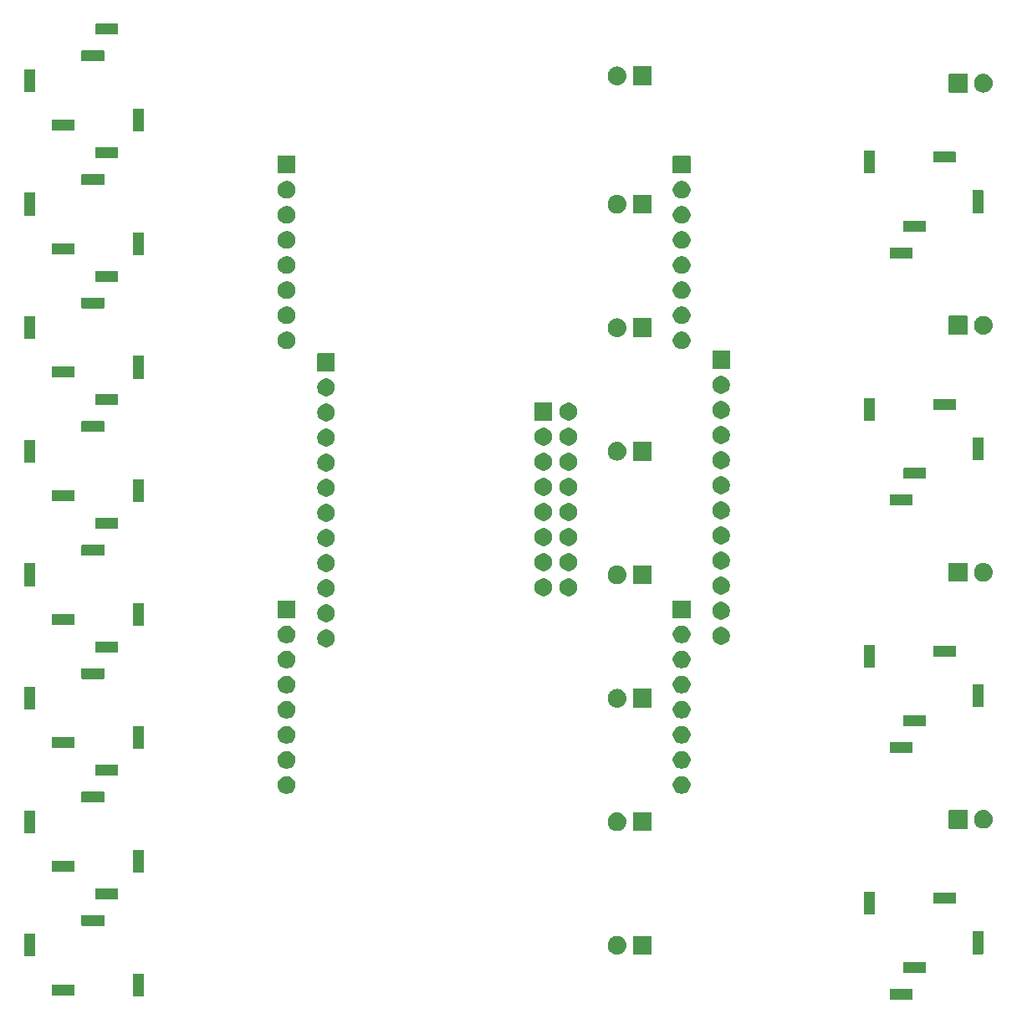
<source format=gbr>
G04 #@! TF.GenerationSoftware,KiCad,Pcbnew,9.0.0*
G04 #@! TF.CreationDate,2025-02-23T15:42:39-07:00*
G04 #@! TF.ProjectId,XOR,584f522e-6b69-4636-9164-5f7063625858,rev?*
G04 #@! TF.SameCoordinates,Original*
G04 #@! TF.FileFunction,Soldermask,Bot*
G04 #@! TF.FilePolarity,Negative*
%FSLAX46Y46*%
G04 Gerber Fmt 4.6, Leading zero omitted, Abs format (unit mm)*
G04 Created by KiCad (PCBNEW 9.0.0) date 2025-02-23 15:42:39*
%MOMM*%
%LPD*%
G01*
G04 APERTURE LIST*
G04 APERTURE END LIST*
G36*
X91319517Y-98402882D02*
G01*
X91336062Y-98413938D01*
X91347118Y-98430483D01*
X91351000Y-98450000D01*
X91351000Y-99450000D01*
X91347118Y-99469517D01*
X91336062Y-99486062D01*
X91319517Y-99497118D01*
X91300000Y-99501000D01*
X89100000Y-99501000D01*
X89080483Y-99497118D01*
X89063938Y-99486062D01*
X89052882Y-99469517D01*
X89049000Y-99450000D01*
X89049000Y-98450000D01*
X89052882Y-98430483D01*
X89063938Y-98413938D01*
X89080483Y-98402882D01*
X89100000Y-98399000D01*
X91300000Y-98399000D01*
X91319517Y-98402882D01*
G37*
G36*
X13519517Y-96852882D02*
G01*
X13536062Y-96863938D01*
X13547118Y-96880483D01*
X13551000Y-96900000D01*
X13551000Y-99100000D01*
X13547118Y-99119517D01*
X13536062Y-99136062D01*
X13519517Y-99147118D01*
X13500000Y-99151000D01*
X12500000Y-99151000D01*
X12480483Y-99147118D01*
X12463938Y-99136062D01*
X12452882Y-99119517D01*
X12449000Y-99100000D01*
X12449000Y-96900000D01*
X12452882Y-96880483D01*
X12463938Y-96863938D01*
X12480483Y-96852882D01*
X12500000Y-96849000D01*
X13500000Y-96849000D01*
X13519517Y-96852882D01*
G37*
G36*
X6519517Y-97952882D02*
G01*
X6536062Y-97963938D01*
X6547118Y-97980483D01*
X6551000Y-98000000D01*
X6551000Y-99000000D01*
X6547118Y-99019517D01*
X6536062Y-99036062D01*
X6519517Y-99047118D01*
X6500000Y-99051000D01*
X4300000Y-99051000D01*
X4280483Y-99047118D01*
X4263938Y-99036062D01*
X4252882Y-99019517D01*
X4249000Y-99000000D01*
X4249000Y-98000000D01*
X4252882Y-97980483D01*
X4263938Y-97963938D01*
X4280483Y-97952882D01*
X4300000Y-97949000D01*
X6500000Y-97949000D01*
X6519517Y-97952882D01*
G37*
G36*
X92719517Y-95702882D02*
G01*
X92736062Y-95713938D01*
X92747118Y-95730483D01*
X92751000Y-95750000D01*
X92751000Y-96750000D01*
X92747118Y-96769517D01*
X92736062Y-96786062D01*
X92719517Y-96797118D01*
X92700000Y-96801000D01*
X90500000Y-96801000D01*
X90480483Y-96797118D01*
X90463938Y-96786062D01*
X90452882Y-96769517D01*
X90449000Y-96750000D01*
X90449000Y-95750000D01*
X90452882Y-95730483D01*
X90463938Y-95713938D01*
X90480483Y-95702882D01*
X90500000Y-95699000D01*
X92700000Y-95699000D01*
X92719517Y-95702882D01*
G37*
G36*
X2519517Y-92852882D02*
G01*
X2536062Y-92863938D01*
X2547118Y-92880483D01*
X2551000Y-92900000D01*
X2551000Y-95100000D01*
X2547118Y-95119517D01*
X2536062Y-95136062D01*
X2519517Y-95147118D01*
X2500000Y-95151000D01*
X1500000Y-95151000D01*
X1480483Y-95147118D01*
X1463938Y-95136062D01*
X1452882Y-95119517D01*
X1449000Y-95100000D01*
X1449000Y-92900000D01*
X1452882Y-92880483D01*
X1463938Y-92863938D01*
X1480483Y-92852882D01*
X1500000Y-92849000D01*
X2500000Y-92849000D01*
X2519517Y-92852882D01*
G37*
G36*
X64919517Y-93052882D02*
G01*
X64936062Y-93063938D01*
X64947118Y-93080483D01*
X64951000Y-93100000D01*
X64951000Y-94900000D01*
X64947118Y-94919517D01*
X64936062Y-94936062D01*
X64919517Y-94947118D01*
X64900000Y-94951000D01*
X63100000Y-94951000D01*
X63080483Y-94947118D01*
X63063938Y-94936062D01*
X63052882Y-94919517D01*
X63049000Y-94900000D01*
X63049000Y-93100000D01*
X63052882Y-93080483D01*
X63063938Y-93063938D01*
X63080483Y-93052882D01*
X63100000Y-93049000D01*
X64900000Y-93049000D01*
X64919517Y-93052882D01*
G37*
G36*
X61542553Y-93053579D02*
G01*
X61553214Y-93053579D01*
X61594865Y-93061864D01*
X61681916Y-93075651D01*
X61709918Y-93084749D01*
X61736061Y-93089950D01*
X61772956Y-93105232D01*
X61823784Y-93121748D01*
X61871399Y-93146009D01*
X61908298Y-93161293D01*
X61930463Y-93176103D01*
X61956693Y-93189468D01*
X62027990Y-93241268D01*
X62063308Y-93264867D01*
X62070846Y-93272405D01*
X62077370Y-93277145D01*
X62182854Y-93382629D01*
X62187593Y-93389152D01*
X62195133Y-93396692D01*
X62218734Y-93432014D01*
X62270531Y-93503306D01*
X62283894Y-93529533D01*
X62298707Y-93551702D01*
X62313993Y-93588605D01*
X62338251Y-93636215D01*
X62354764Y-93687035D01*
X62370050Y-93723939D01*
X62375251Y-93750086D01*
X62384348Y-93778083D01*
X62398134Y-93865125D01*
X62406421Y-93906786D01*
X62406421Y-93917447D01*
X62407683Y-93925415D01*
X62407683Y-94074584D01*
X62406421Y-94082551D01*
X62406421Y-94093214D01*
X62398133Y-94134877D01*
X62384348Y-94221916D01*
X62375251Y-94249910D01*
X62370050Y-94276061D01*
X62354762Y-94312968D01*
X62338251Y-94363784D01*
X62313995Y-94411388D01*
X62298707Y-94448298D01*
X62283892Y-94470470D01*
X62270531Y-94496693D01*
X62218742Y-94567973D01*
X62195133Y-94603308D01*
X62187591Y-94610849D01*
X62182854Y-94617370D01*
X62077370Y-94722854D01*
X62070849Y-94727591D01*
X62063308Y-94735133D01*
X62027973Y-94758742D01*
X61956693Y-94810531D01*
X61930470Y-94823892D01*
X61908298Y-94838707D01*
X61871388Y-94853995D01*
X61823784Y-94878251D01*
X61772968Y-94894762D01*
X61736061Y-94910050D01*
X61709910Y-94915251D01*
X61681916Y-94924348D01*
X61594875Y-94938133D01*
X61553214Y-94946421D01*
X61542553Y-94946421D01*
X61534585Y-94947683D01*
X61385415Y-94947683D01*
X61377447Y-94946421D01*
X61366786Y-94946421D01*
X61325125Y-94938134D01*
X61238083Y-94924348D01*
X61210086Y-94915251D01*
X61183939Y-94910050D01*
X61147035Y-94894764D01*
X61096215Y-94878251D01*
X61048605Y-94853993D01*
X61011702Y-94838707D01*
X60989533Y-94823894D01*
X60963306Y-94810531D01*
X60892014Y-94758734D01*
X60856692Y-94735133D01*
X60849152Y-94727593D01*
X60842629Y-94722854D01*
X60737145Y-94617370D01*
X60732405Y-94610846D01*
X60724867Y-94603308D01*
X60701268Y-94567990D01*
X60649468Y-94496693D01*
X60636103Y-94470463D01*
X60621293Y-94448298D01*
X60606009Y-94411399D01*
X60581748Y-94363784D01*
X60565232Y-94312956D01*
X60549950Y-94276061D01*
X60544749Y-94249918D01*
X60535651Y-94221916D01*
X60521864Y-94134867D01*
X60513579Y-94093214D01*
X60513579Y-94082552D01*
X60512317Y-94074584D01*
X60512317Y-93925415D01*
X60513579Y-93917446D01*
X60513579Y-93906786D01*
X60521863Y-93865136D01*
X60535651Y-93778083D01*
X60544750Y-93750078D01*
X60549950Y-93723939D01*
X60565231Y-93687046D01*
X60581748Y-93636215D01*
X60606011Y-93588595D01*
X60621293Y-93551702D01*
X60636101Y-93529539D01*
X60649468Y-93503306D01*
X60701277Y-93431996D01*
X60724867Y-93396692D01*
X60732402Y-93389156D01*
X60737145Y-93382629D01*
X60842629Y-93277145D01*
X60849156Y-93272402D01*
X60856692Y-93264867D01*
X60891996Y-93241277D01*
X60963306Y-93189468D01*
X60989539Y-93176101D01*
X61011702Y-93161293D01*
X61048595Y-93146011D01*
X61096215Y-93121748D01*
X61147046Y-93105231D01*
X61183939Y-93089950D01*
X61210078Y-93084750D01*
X61238083Y-93075651D01*
X61325136Y-93061863D01*
X61366786Y-93053579D01*
X61377447Y-93053579D01*
X61385415Y-93052317D01*
X61534585Y-93052317D01*
X61542553Y-93053579D01*
G37*
G36*
X98519517Y-92602882D02*
G01*
X98536062Y-92613938D01*
X98547118Y-92630483D01*
X98551000Y-92650000D01*
X98551000Y-94850000D01*
X98547118Y-94869517D01*
X98536062Y-94886062D01*
X98519517Y-94897118D01*
X98500000Y-94901000D01*
X97500000Y-94901000D01*
X97480483Y-94897118D01*
X97463938Y-94886062D01*
X97452882Y-94869517D01*
X97449000Y-94850000D01*
X97449000Y-92650000D01*
X97452882Y-92630483D01*
X97463938Y-92613938D01*
X97480483Y-92602882D01*
X97500000Y-92599000D01*
X98500000Y-92599000D01*
X98519517Y-92602882D01*
G37*
G36*
X9519517Y-90952882D02*
G01*
X9536062Y-90963938D01*
X9547118Y-90980483D01*
X9551000Y-91000000D01*
X9551000Y-92000000D01*
X9547118Y-92019517D01*
X9536062Y-92036062D01*
X9519517Y-92047118D01*
X9500000Y-92051000D01*
X7300000Y-92051000D01*
X7280483Y-92047118D01*
X7263938Y-92036062D01*
X7252882Y-92019517D01*
X7249000Y-92000000D01*
X7249000Y-91000000D01*
X7252882Y-90980483D01*
X7263938Y-90963938D01*
X7280483Y-90952882D01*
X7300000Y-90949000D01*
X9500000Y-90949000D01*
X9519517Y-90952882D01*
G37*
G36*
X87519517Y-88602882D02*
G01*
X87536062Y-88613938D01*
X87547118Y-88630483D01*
X87551000Y-88650000D01*
X87551000Y-90850000D01*
X87547118Y-90869517D01*
X87536062Y-90886062D01*
X87519517Y-90897118D01*
X87500000Y-90901000D01*
X86500000Y-90901000D01*
X86480483Y-90897118D01*
X86463938Y-90886062D01*
X86452882Y-90869517D01*
X86449000Y-90850000D01*
X86449000Y-88650000D01*
X86452882Y-88630483D01*
X86463938Y-88613938D01*
X86480483Y-88602882D01*
X86500000Y-88599000D01*
X87500000Y-88599000D01*
X87519517Y-88602882D01*
G37*
G36*
X95719517Y-88702882D02*
G01*
X95736062Y-88713938D01*
X95747118Y-88730483D01*
X95751000Y-88750000D01*
X95751000Y-89750000D01*
X95747118Y-89769517D01*
X95736062Y-89786062D01*
X95719517Y-89797118D01*
X95700000Y-89801000D01*
X93500000Y-89801000D01*
X93480483Y-89797118D01*
X93463938Y-89786062D01*
X93452882Y-89769517D01*
X93449000Y-89750000D01*
X93449000Y-88750000D01*
X93452882Y-88730483D01*
X93463938Y-88713938D01*
X93480483Y-88702882D01*
X93500000Y-88699000D01*
X95700000Y-88699000D01*
X95719517Y-88702882D01*
G37*
G36*
X10919517Y-88252882D02*
G01*
X10936062Y-88263938D01*
X10947118Y-88280483D01*
X10951000Y-88300000D01*
X10951000Y-89300000D01*
X10947118Y-89319517D01*
X10936062Y-89336062D01*
X10919517Y-89347118D01*
X10900000Y-89351000D01*
X8700000Y-89351000D01*
X8680483Y-89347118D01*
X8663938Y-89336062D01*
X8652882Y-89319517D01*
X8649000Y-89300000D01*
X8649000Y-88300000D01*
X8652882Y-88280483D01*
X8663938Y-88263938D01*
X8680483Y-88252882D01*
X8700000Y-88249000D01*
X10900000Y-88249000D01*
X10919517Y-88252882D01*
G37*
G36*
X13519517Y-84352882D02*
G01*
X13536062Y-84363938D01*
X13547118Y-84380483D01*
X13551000Y-84400000D01*
X13551000Y-86600000D01*
X13547118Y-86619517D01*
X13536062Y-86636062D01*
X13519517Y-86647118D01*
X13500000Y-86651000D01*
X12500000Y-86651000D01*
X12480483Y-86647118D01*
X12463938Y-86636062D01*
X12452882Y-86619517D01*
X12449000Y-86600000D01*
X12449000Y-84400000D01*
X12452882Y-84380483D01*
X12463938Y-84363938D01*
X12480483Y-84352882D01*
X12500000Y-84349000D01*
X13500000Y-84349000D01*
X13519517Y-84352882D01*
G37*
G36*
X6519517Y-85452882D02*
G01*
X6536062Y-85463938D01*
X6547118Y-85480483D01*
X6551000Y-85500000D01*
X6551000Y-86500000D01*
X6547118Y-86519517D01*
X6536062Y-86536062D01*
X6519517Y-86547118D01*
X6500000Y-86551000D01*
X4300000Y-86551000D01*
X4280483Y-86547118D01*
X4263938Y-86536062D01*
X4252882Y-86519517D01*
X4249000Y-86500000D01*
X4249000Y-85500000D01*
X4252882Y-85480483D01*
X4263938Y-85463938D01*
X4280483Y-85452882D01*
X4300000Y-85449000D01*
X6500000Y-85449000D01*
X6519517Y-85452882D01*
G37*
G36*
X2519517Y-80352882D02*
G01*
X2536062Y-80363938D01*
X2547118Y-80380483D01*
X2551000Y-80400000D01*
X2551000Y-82600000D01*
X2547118Y-82619517D01*
X2536062Y-82636062D01*
X2519517Y-82647118D01*
X2500000Y-82651000D01*
X1500000Y-82651000D01*
X1480483Y-82647118D01*
X1463938Y-82636062D01*
X1452882Y-82619517D01*
X1449000Y-82600000D01*
X1449000Y-80400000D01*
X1452882Y-80380483D01*
X1463938Y-80363938D01*
X1480483Y-80352882D01*
X1500000Y-80349000D01*
X2500000Y-80349000D01*
X2519517Y-80352882D01*
G37*
G36*
X64919517Y-80552882D02*
G01*
X64936062Y-80563938D01*
X64947118Y-80580483D01*
X64951000Y-80600000D01*
X64951000Y-82400000D01*
X64947118Y-82419517D01*
X64936062Y-82436062D01*
X64919517Y-82447118D01*
X64900000Y-82451000D01*
X63100000Y-82451000D01*
X63080483Y-82447118D01*
X63063938Y-82436062D01*
X63052882Y-82419517D01*
X63049000Y-82400000D01*
X63049000Y-80600000D01*
X63052882Y-80580483D01*
X63063938Y-80563938D01*
X63080483Y-80552882D01*
X63100000Y-80549000D01*
X64900000Y-80549000D01*
X64919517Y-80552882D01*
G37*
G36*
X61542553Y-80553579D02*
G01*
X61553214Y-80553579D01*
X61594865Y-80561864D01*
X61681916Y-80575651D01*
X61709918Y-80584749D01*
X61736061Y-80589950D01*
X61772956Y-80605232D01*
X61823784Y-80621748D01*
X61871399Y-80646009D01*
X61908298Y-80661293D01*
X61930463Y-80676103D01*
X61956693Y-80689468D01*
X62027990Y-80741268D01*
X62063308Y-80764867D01*
X62070846Y-80772405D01*
X62077370Y-80777145D01*
X62182854Y-80882629D01*
X62187593Y-80889152D01*
X62195133Y-80896692D01*
X62218734Y-80932014D01*
X62270531Y-81003306D01*
X62283894Y-81029533D01*
X62298707Y-81051702D01*
X62313993Y-81088605D01*
X62338251Y-81136215D01*
X62354764Y-81187035D01*
X62370050Y-81223939D01*
X62375251Y-81250086D01*
X62384348Y-81278083D01*
X62398134Y-81365125D01*
X62406421Y-81406786D01*
X62406421Y-81417447D01*
X62407683Y-81425415D01*
X62407683Y-81574584D01*
X62406421Y-81582551D01*
X62406421Y-81593214D01*
X62398133Y-81634877D01*
X62384348Y-81721916D01*
X62375251Y-81749910D01*
X62370050Y-81776061D01*
X62354762Y-81812968D01*
X62338251Y-81863784D01*
X62313995Y-81911388D01*
X62298707Y-81948298D01*
X62283892Y-81970470D01*
X62270531Y-81996693D01*
X62218742Y-82067973D01*
X62195133Y-82103308D01*
X62187591Y-82110849D01*
X62182854Y-82117370D01*
X62077370Y-82222854D01*
X62070849Y-82227591D01*
X62063308Y-82235133D01*
X62027973Y-82258742D01*
X61956693Y-82310531D01*
X61930470Y-82323892D01*
X61908298Y-82338707D01*
X61871388Y-82353995D01*
X61823784Y-82378251D01*
X61772968Y-82394762D01*
X61736061Y-82410050D01*
X61709910Y-82415251D01*
X61681916Y-82424348D01*
X61594875Y-82438133D01*
X61553214Y-82446421D01*
X61542553Y-82446421D01*
X61534585Y-82447683D01*
X61385415Y-82447683D01*
X61377447Y-82446421D01*
X61366786Y-82446421D01*
X61325125Y-82438134D01*
X61238083Y-82424348D01*
X61210086Y-82415251D01*
X61183939Y-82410050D01*
X61147035Y-82394764D01*
X61096215Y-82378251D01*
X61048605Y-82353993D01*
X61011702Y-82338707D01*
X60989533Y-82323894D01*
X60963306Y-82310531D01*
X60892014Y-82258734D01*
X60856692Y-82235133D01*
X60849152Y-82227593D01*
X60842629Y-82222854D01*
X60737145Y-82117370D01*
X60732405Y-82110846D01*
X60724867Y-82103308D01*
X60701268Y-82067990D01*
X60649468Y-81996693D01*
X60636103Y-81970463D01*
X60621293Y-81948298D01*
X60606009Y-81911399D01*
X60581748Y-81863784D01*
X60565232Y-81812956D01*
X60549950Y-81776061D01*
X60544749Y-81749918D01*
X60535651Y-81721916D01*
X60521864Y-81634867D01*
X60513579Y-81593214D01*
X60513579Y-81582552D01*
X60512317Y-81574584D01*
X60512317Y-81425415D01*
X60513579Y-81417446D01*
X60513579Y-81406786D01*
X60521863Y-81365136D01*
X60535651Y-81278083D01*
X60544750Y-81250078D01*
X60549950Y-81223939D01*
X60565231Y-81187046D01*
X60581748Y-81136215D01*
X60606011Y-81088595D01*
X60621293Y-81051702D01*
X60636101Y-81029539D01*
X60649468Y-81003306D01*
X60701277Y-80931996D01*
X60724867Y-80896692D01*
X60732402Y-80889156D01*
X60737145Y-80882629D01*
X60842629Y-80777145D01*
X60849156Y-80772402D01*
X60856692Y-80764867D01*
X60891996Y-80741277D01*
X60963306Y-80689468D01*
X60989539Y-80676101D01*
X61011702Y-80661293D01*
X61048595Y-80646011D01*
X61096215Y-80621748D01*
X61147046Y-80605231D01*
X61183939Y-80589950D01*
X61210078Y-80584750D01*
X61238083Y-80575651D01*
X61325136Y-80561863D01*
X61366786Y-80553579D01*
X61377447Y-80553579D01*
X61385415Y-80552317D01*
X61534585Y-80552317D01*
X61542553Y-80553579D01*
G37*
G36*
X96919517Y-80302882D02*
G01*
X96936062Y-80313938D01*
X96947118Y-80330483D01*
X96951000Y-80350000D01*
X96951000Y-82150000D01*
X96947118Y-82169517D01*
X96936062Y-82186062D01*
X96919517Y-82197118D01*
X96900000Y-82201000D01*
X95100000Y-82201000D01*
X95080483Y-82197118D01*
X95063938Y-82186062D01*
X95052882Y-82169517D01*
X95049000Y-82150000D01*
X95049000Y-80350000D01*
X95052882Y-80330483D01*
X95063938Y-80313938D01*
X95080483Y-80302882D01*
X95100000Y-80299000D01*
X96900000Y-80299000D01*
X96919517Y-80302882D01*
G37*
G36*
X98622553Y-80303579D02*
G01*
X98633214Y-80303579D01*
X98674865Y-80311864D01*
X98761916Y-80325651D01*
X98789918Y-80334749D01*
X98816061Y-80339950D01*
X98852956Y-80355232D01*
X98903784Y-80371748D01*
X98951399Y-80396009D01*
X98988298Y-80411293D01*
X99010463Y-80426103D01*
X99036693Y-80439468D01*
X99107990Y-80491268D01*
X99143308Y-80514867D01*
X99150846Y-80522405D01*
X99157370Y-80527145D01*
X99262854Y-80632629D01*
X99267593Y-80639152D01*
X99275133Y-80646692D01*
X99298734Y-80682014D01*
X99350531Y-80753306D01*
X99363894Y-80779533D01*
X99378707Y-80801702D01*
X99393993Y-80838605D01*
X99418251Y-80886215D01*
X99434764Y-80937035D01*
X99450050Y-80973939D01*
X99455251Y-81000086D01*
X99464348Y-81028083D01*
X99478134Y-81115125D01*
X99486421Y-81156786D01*
X99486421Y-81167447D01*
X99487683Y-81175415D01*
X99487683Y-81324584D01*
X99486421Y-81332551D01*
X99486421Y-81343214D01*
X99478133Y-81384877D01*
X99464348Y-81471916D01*
X99455251Y-81499910D01*
X99450050Y-81526061D01*
X99434762Y-81562968D01*
X99418251Y-81613784D01*
X99393995Y-81661388D01*
X99378707Y-81698298D01*
X99363892Y-81720470D01*
X99350531Y-81746693D01*
X99298742Y-81817973D01*
X99275133Y-81853308D01*
X99267591Y-81860849D01*
X99262854Y-81867370D01*
X99157370Y-81972854D01*
X99150849Y-81977591D01*
X99143308Y-81985133D01*
X99107973Y-82008742D01*
X99036693Y-82060531D01*
X99010470Y-82073892D01*
X98988298Y-82088707D01*
X98951388Y-82103995D01*
X98903784Y-82128251D01*
X98852968Y-82144762D01*
X98816061Y-82160050D01*
X98789910Y-82165251D01*
X98761916Y-82174348D01*
X98674875Y-82188133D01*
X98633214Y-82196421D01*
X98622553Y-82196421D01*
X98614585Y-82197683D01*
X98465415Y-82197683D01*
X98457447Y-82196421D01*
X98446786Y-82196421D01*
X98405125Y-82188134D01*
X98318083Y-82174348D01*
X98290086Y-82165251D01*
X98263939Y-82160050D01*
X98227035Y-82144764D01*
X98176215Y-82128251D01*
X98128605Y-82103993D01*
X98091702Y-82088707D01*
X98069533Y-82073894D01*
X98043306Y-82060531D01*
X97972014Y-82008734D01*
X97936692Y-81985133D01*
X97929152Y-81977593D01*
X97922629Y-81972854D01*
X97817145Y-81867370D01*
X97812405Y-81860846D01*
X97804867Y-81853308D01*
X97781268Y-81817990D01*
X97729468Y-81746693D01*
X97716103Y-81720463D01*
X97701293Y-81698298D01*
X97686009Y-81661399D01*
X97661748Y-81613784D01*
X97645232Y-81562956D01*
X97629950Y-81526061D01*
X97624749Y-81499918D01*
X97615651Y-81471916D01*
X97601864Y-81384867D01*
X97593579Y-81343214D01*
X97593579Y-81332552D01*
X97592317Y-81324584D01*
X97592317Y-81175415D01*
X97593579Y-81167446D01*
X97593579Y-81156786D01*
X97601863Y-81115136D01*
X97615651Y-81028083D01*
X97624750Y-81000078D01*
X97629950Y-80973939D01*
X97645231Y-80937046D01*
X97661748Y-80886215D01*
X97686011Y-80838595D01*
X97701293Y-80801702D01*
X97716101Y-80779539D01*
X97729468Y-80753306D01*
X97781277Y-80681996D01*
X97804867Y-80646692D01*
X97812402Y-80639156D01*
X97817145Y-80632629D01*
X97922629Y-80527145D01*
X97929156Y-80522402D01*
X97936692Y-80514867D01*
X97971996Y-80491277D01*
X98043306Y-80439468D01*
X98069539Y-80426101D01*
X98091702Y-80411293D01*
X98128595Y-80396011D01*
X98176215Y-80371748D01*
X98227046Y-80355231D01*
X98263939Y-80339950D01*
X98290078Y-80334750D01*
X98318083Y-80325651D01*
X98405136Y-80311863D01*
X98446786Y-80303579D01*
X98457447Y-80303579D01*
X98465415Y-80302317D01*
X98614585Y-80302317D01*
X98622553Y-80303579D01*
G37*
G36*
X9519517Y-78452882D02*
G01*
X9536062Y-78463938D01*
X9547118Y-78480483D01*
X9551000Y-78500000D01*
X9551000Y-79500000D01*
X9547118Y-79519517D01*
X9536062Y-79536062D01*
X9519517Y-79547118D01*
X9500000Y-79551000D01*
X7300000Y-79551000D01*
X7280483Y-79547118D01*
X7263938Y-79536062D01*
X7252882Y-79519517D01*
X7249000Y-79500000D01*
X7249000Y-78500000D01*
X7252882Y-78480483D01*
X7263938Y-78463938D01*
X7280483Y-78452882D01*
X7300000Y-78449000D01*
X9500000Y-78449000D01*
X9519517Y-78452882D01*
G37*
G36*
X28261546Y-76917797D02*
G01*
X28424728Y-76985389D01*
X28571588Y-77083518D01*
X28696482Y-77208412D01*
X28794611Y-77355272D01*
X28862203Y-77518454D01*
X28896661Y-77691687D01*
X28896661Y-77868313D01*
X28862203Y-78041546D01*
X28794611Y-78204728D01*
X28696482Y-78351588D01*
X28571588Y-78476482D01*
X28424728Y-78574611D01*
X28261546Y-78642203D01*
X28088313Y-78676661D01*
X27911687Y-78676661D01*
X27738454Y-78642203D01*
X27575272Y-78574611D01*
X27428412Y-78476482D01*
X27303518Y-78351588D01*
X27205389Y-78204728D01*
X27137797Y-78041546D01*
X27103339Y-77868313D01*
X27103339Y-77691687D01*
X27137797Y-77518454D01*
X27205389Y-77355272D01*
X27303518Y-77208412D01*
X27428412Y-77083518D01*
X27575272Y-76985389D01*
X27738454Y-76917797D01*
X27911687Y-76883339D01*
X28088313Y-76883339D01*
X28261546Y-76917797D01*
G37*
G36*
X68261546Y-76917797D02*
G01*
X68424728Y-76985389D01*
X68571588Y-77083518D01*
X68696482Y-77208412D01*
X68794611Y-77355272D01*
X68862203Y-77518454D01*
X68896661Y-77691687D01*
X68896661Y-77868313D01*
X68862203Y-78041546D01*
X68794611Y-78204728D01*
X68696482Y-78351588D01*
X68571588Y-78476482D01*
X68424728Y-78574611D01*
X68261546Y-78642203D01*
X68088313Y-78676661D01*
X67911687Y-78676661D01*
X67738454Y-78642203D01*
X67575272Y-78574611D01*
X67428412Y-78476482D01*
X67303518Y-78351588D01*
X67205389Y-78204728D01*
X67137797Y-78041546D01*
X67103339Y-77868313D01*
X67103339Y-77691687D01*
X67137797Y-77518454D01*
X67205389Y-77355272D01*
X67303518Y-77208412D01*
X67428412Y-77083518D01*
X67575272Y-76985389D01*
X67738454Y-76917797D01*
X67911687Y-76883339D01*
X68088313Y-76883339D01*
X68261546Y-76917797D01*
G37*
G36*
X10919517Y-75752882D02*
G01*
X10936062Y-75763938D01*
X10947118Y-75780483D01*
X10951000Y-75800000D01*
X10951000Y-76800000D01*
X10947118Y-76819517D01*
X10936062Y-76836062D01*
X10919517Y-76847118D01*
X10900000Y-76851000D01*
X8700000Y-76851000D01*
X8680483Y-76847118D01*
X8663938Y-76836062D01*
X8652882Y-76819517D01*
X8649000Y-76800000D01*
X8649000Y-75800000D01*
X8652882Y-75780483D01*
X8663938Y-75763938D01*
X8680483Y-75752882D01*
X8700000Y-75749000D01*
X10900000Y-75749000D01*
X10919517Y-75752882D01*
G37*
G36*
X28261546Y-74377797D02*
G01*
X28424728Y-74445389D01*
X28571588Y-74543518D01*
X28696482Y-74668412D01*
X28794611Y-74815272D01*
X28862203Y-74978454D01*
X28896661Y-75151687D01*
X28896661Y-75328313D01*
X28862203Y-75501546D01*
X28794611Y-75664728D01*
X28696482Y-75811588D01*
X28571588Y-75936482D01*
X28424728Y-76034611D01*
X28261546Y-76102203D01*
X28088313Y-76136661D01*
X27911687Y-76136661D01*
X27738454Y-76102203D01*
X27575272Y-76034611D01*
X27428412Y-75936482D01*
X27303518Y-75811588D01*
X27205389Y-75664728D01*
X27137797Y-75501546D01*
X27103339Y-75328313D01*
X27103339Y-75151687D01*
X27137797Y-74978454D01*
X27205389Y-74815272D01*
X27303518Y-74668412D01*
X27428412Y-74543518D01*
X27575272Y-74445389D01*
X27738454Y-74377797D01*
X27911687Y-74343339D01*
X28088313Y-74343339D01*
X28261546Y-74377797D01*
G37*
G36*
X68261546Y-74377797D02*
G01*
X68424728Y-74445389D01*
X68571588Y-74543518D01*
X68696482Y-74668412D01*
X68794611Y-74815272D01*
X68862203Y-74978454D01*
X68896661Y-75151687D01*
X68896661Y-75328313D01*
X68862203Y-75501546D01*
X68794611Y-75664728D01*
X68696482Y-75811588D01*
X68571588Y-75936482D01*
X68424728Y-76034611D01*
X68261546Y-76102203D01*
X68088313Y-76136661D01*
X67911687Y-76136661D01*
X67738454Y-76102203D01*
X67575272Y-76034611D01*
X67428412Y-75936482D01*
X67303518Y-75811588D01*
X67205389Y-75664728D01*
X67137797Y-75501546D01*
X67103339Y-75328313D01*
X67103339Y-75151687D01*
X67137797Y-74978454D01*
X67205389Y-74815272D01*
X67303518Y-74668412D01*
X67428412Y-74543518D01*
X67575272Y-74445389D01*
X67738454Y-74377797D01*
X67911687Y-74343339D01*
X68088313Y-74343339D01*
X68261546Y-74377797D01*
G37*
G36*
X91319517Y-73402882D02*
G01*
X91336062Y-73413938D01*
X91347118Y-73430483D01*
X91351000Y-73450000D01*
X91351000Y-74450000D01*
X91347118Y-74469517D01*
X91336062Y-74486062D01*
X91319517Y-74497118D01*
X91300000Y-74501000D01*
X89100000Y-74501000D01*
X89080483Y-74497118D01*
X89063938Y-74486062D01*
X89052882Y-74469517D01*
X89049000Y-74450000D01*
X89049000Y-73450000D01*
X89052882Y-73430483D01*
X89063938Y-73413938D01*
X89080483Y-73402882D01*
X89100000Y-73399000D01*
X91300000Y-73399000D01*
X91319517Y-73402882D01*
G37*
G36*
X13519517Y-71852882D02*
G01*
X13536062Y-71863938D01*
X13547118Y-71880483D01*
X13551000Y-71900000D01*
X13551000Y-74100000D01*
X13547118Y-74119517D01*
X13536062Y-74136062D01*
X13519517Y-74147118D01*
X13500000Y-74151000D01*
X12500000Y-74151000D01*
X12480483Y-74147118D01*
X12463938Y-74136062D01*
X12452882Y-74119517D01*
X12449000Y-74100000D01*
X12449000Y-71900000D01*
X12452882Y-71880483D01*
X12463938Y-71863938D01*
X12480483Y-71852882D01*
X12500000Y-71849000D01*
X13500000Y-71849000D01*
X13519517Y-71852882D01*
G37*
G36*
X6519517Y-72952882D02*
G01*
X6536062Y-72963938D01*
X6547118Y-72980483D01*
X6551000Y-73000000D01*
X6551000Y-74000000D01*
X6547118Y-74019517D01*
X6536062Y-74036062D01*
X6519517Y-74047118D01*
X6500000Y-74051000D01*
X4300000Y-74051000D01*
X4280483Y-74047118D01*
X4263938Y-74036062D01*
X4252882Y-74019517D01*
X4249000Y-74000000D01*
X4249000Y-73000000D01*
X4252882Y-72980483D01*
X4263938Y-72963938D01*
X4280483Y-72952882D01*
X4300000Y-72949000D01*
X6500000Y-72949000D01*
X6519517Y-72952882D01*
G37*
G36*
X28261546Y-71837797D02*
G01*
X28424728Y-71905389D01*
X28571588Y-72003518D01*
X28696482Y-72128412D01*
X28794611Y-72275272D01*
X28862203Y-72438454D01*
X28896661Y-72611687D01*
X28896661Y-72788313D01*
X28862203Y-72961546D01*
X28794611Y-73124728D01*
X28696482Y-73271588D01*
X28571588Y-73396482D01*
X28424728Y-73494611D01*
X28261546Y-73562203D01*
X28088313Y-73596661D01*
X27911687Y-73596661D01*
X27738454Y-73562203D01*
X27575272Y-73494611D01*
X27428412Y-73396482D01*
X27303518Y-73271588D01*
X27205389Y-73124728D01*
X27137797Y-72961546D01*
X27103339Y-72788313D01*
X27103339Y-72611687D01*
X27137797Y-72438454D01*
X27205389Y-72275272D01*
X27303518Y-72128412D01*
X27428412Y-72003518D01*
X27575272Y-71905389D01*
X27738454Y-71837797D01*
X27911687Y-71803339D01*
X28088313Y-71803339D01*
X28261546Y-71837797D01*
G37*
G36*
X68261546Y-71837797D02*
G01*
X68424728Y-71905389D01*
X68571588Y-72003518D01*
X68696482Y-72128412D01*
X68794611Y-72275272D01*
X68862203Y-72438454D01*
X68896661Y-72611687D01*
X68896661Y-72788313D01*
X68862203Y-72961546D01*
X68794611Y-73124728D01*
X68696482Y-73271588D01*
X68571588Y-73396482D01*
X68424728Y-73494611D01*
X68261546Y-73562203D01*
X68088313Y-73596661D01*
X67911687Y-73596661D01*
X67738454Y-73562203D01*
X67575272Y-73494611D01*
X67428412Y-73396482D01*
X67303518Y-73271588D01*
X67205389Y-73124728D01*
X67137797Y-72961546D01*
X67103339Y-72788313D01*
X67103339Y-72611687D01*
X67137797Y-72438454D01*
X67205389Y-72275272D01*
X67303518Y-72128412D01*
X67428412Y-72003518D01*
X67575272Y-71905389D01*
X67738454Y-71837797D01*
X67911687Y-71803339D01*
X68088313Y-71803339D01*
X68261546Y-71837797D01*
G37*
G36*
X92719517Y-70702882D02*
G01*
X92736062Y-70713938D01*
X92747118Y-70730483D01*
X92751000Y-70750000D01*
X92751000Y-71750000D01*
X92747118Y-71769517D01*
X92736062Y-71786062D01*
X92719517Y-71797118D01*
X92700000Y-71801000D01*
X90500000Y-71801000D01*
X90480483Y-71797118D01*
X90463938Y-71786062D01*
X90452882Y-71769517D01*
X90449000Y-71750000D01*
X90449000Y-70750000D01*
X90452882Y-70730483D01*
X90463938Y-70713938D01*
X90480483Y-70702882D01*
X90500000Y-70699000D01*
X92700000Y-70699000D01*
X92719517Y-70702882D01*
G37*
G36*
X28261546Y-69297797D02*
G01*
X28424728Y-69365389D01*
X28571588Y-69463518D01*
X28696482Y-69588412D01*
X28794611Y-69735272D01*
X28862203Y-69898454D01*
X28896661Y-70071687D01*
X28896661Y-70248313D01*
X28862203Y-70421546D01*
X28794611Y-70584728D01*
X28696482Y-70731588D01*
X28571588Y-70856482D01*
X28424728Y-70954611D01*
X28261546Y-71022203D01*
X28088313Y-71056661D01*
X27911687Y-71056661D01*
X27738454Y-71022203D01*
X27575272Y-70954611D01*
X27428412Y-70856482D01*
X27303518Y-70731588D01*
X27205389Y-70584728D01*
X27137797Y-70421546D01*
X27103339Y-70248313D01*
X27103339Y-70071687D01*
X27137797Y-69898454D01*
X27205389Y-69735272D01*
X27303518Y-69588412D01*
X27428412Y-69463518D01*
X27575272Y-69365389D01*
X27738454Y-69297797D01*
X27911687Y-69263339D01*
X28088313Y-69263339D01*
X28261546Y-69297797D01*
G37*
G36*
X68261546Y-69297797D02*
G01*
X68424728Y-69365389D01*
X68571588Y-69463518D01*
X68696482Y-69588412D01*
X68794611Y-69735272D01*
X68862203Y-69898454D01*
X68896661Y-70071687D01*
X68896661Y-70248313D01*
X68862203Y-70421546D01*
X68794611Y-70584728D01*
X68696482Y-70731588D01*
X68571588Y-70856482D01*
X68424728Y-70954611D01*
X68261546Y-71022203D01*
X68088313Y-71056661D01*
X67911687Y-71056661D01*
X67738454Y-71022203D01*
X67575272Y-70954611D01*
X67428412Y-70856482D01*
X67303518Y-70731588D01*
X67205389Y-70584728D01*
X67137797Y-70421546D01*
X67103339Y-70248313D01*
X67103339Y-70071687D01*
X67137797Y-69898454D01*
X67205389Y-69735272D01*
X67303518Y-69588412D01*
X67428412Y-69463518D01*
X67575272Y-69365389D01*
X67738454Y-69297797D01*
X67911687Y-69263339D01*
X68088313Y-69263339D01*
X68261546Y-69297797D01*
G37*
G36*
X2519517Y-67852882D02*
G01*
X2536062Y-67863938D01*
X2547118Y-67880483D01*
X2551000Y-67900000D01*
X2551000Y-70100000D01*
X2547118Y-70119517D01*
X2536062Y-70136062D01*
X2519517Y-70147118D01*
X2500000Y-70151000D01*
X1500000Y-70151000D01*
X1480483Y-70147118D01*
X1463938Y-70136062D01*
X1452882Y-70119517D01*
X1449000Y-70100000D01*
X1449000Y-67900000D01*
X1452882Y-67880483D01*
X1463938Y-67863938D01*
X1480483Y-67852882D01*
X1500000Y-67849000D01*
X2500000Y-67849000D01*
X2519517Y-67852882D01*
G37*
G36*
X64919517Y-68052882D02*
G01*
X64936062Y-68063938D01*
X64947118Y-68080483D01*
X64951000Y-68100000D01*
X64951000Y-69900000D01*
X64947118Y-69919517D01*
X64936062Y-69936062D01*
X64919517Y-69947118D01*
X64900000Y-69951000D01*
X63100000Y-69951000D01*
X63080483Y-69947118D01*
X63063938Y-69936062D01*
X63052882Y-69919517D01*
X63049000Y-69900000D01*
X63049000Y-68100000D01*
X63052882Y-68080483D01*
X63063938Y-68063938D01*
X63080483Y-68052882D01*
X63100000Y-68049000D01*
X64900000Y-68049000D01*
X64919517Y-68052882D01*
G37*
G36*
X61542553Y-68053579D02*
G01*
X61553214Y-68053579D01*
X61594865Y-68061864D01*
X61681916Y-68075651D01*
X61709918Y-68084749D01*
X61736061Y-68089950D01*
X61772956Y-68105232D01*
X61823784Y-68121748D01*
X61871399Y-68146009D01*
X61908298Y-68161293D01*
X61930463Y-68176103D01*
X61956693Y-68189468D01*
X62027990Y-68241268D01*
X62063308Y-68264867D01*
X62070846Y-68272405D01*
X62077370Y-68277145D01*
X62182854Y-68382629D01*
X62187593Y-68389152D01*
X62195133Y-68396692D01*
X62218734Y-68432014D01*
X62270531Y-68503306D01*
X62283894Y-68529533D01*
X62298707Y-68551702D01*
X62313993Y-68588605D01*
X62338251Y-68636215D01*
X62354764Y-68687035D01*
X62370050Y-68723939D01*
X62375251Y-68750086D01*
X62384348Y-68778083D01*
X62398134Y-68865125D01*
X62406421Y-68906786D01*
X62406421Y-68917447D01*
X62407683Y-68925415D01*
X62407683Y-69074584D01*
X62406421Y-69082551D01*
X62406421Y-69093214D01*
X62398133Y-69134877D01*
X62384348Y-69221916D01*
X62375251Y-69249910D01*
X62370050Y-69276061D01*
X62354762Y-69312968D01*
X62338251Y-69363784D01*
X62313995Y-69411388D01*
X62298707Y-69448298D01*
X62283892Y-69470470D01*
X62270531Y-69496693D01*
X62218742Y-69567973D01*
X62195133Y-69603308D01*
X62187591Y-69610849D01*
X62182854Y-69617370D01*
X62077370Y-69722854D01*
X62070849Y-69727591D01*
X62063308Y-69735133D01*
X62027973Y-69758742D01*
X61956693Y-69810531D01*
X61930470Y-69823892D01*
X61908298Y-69838707D01*
X61871388Y-69853995D01*
X61823784Y-69878251D01*
X61772968Y-69894762D01*
X61736061Y-69910050D01*
X61709910Y-69915251D01*
X61681916Y-69924348D01*
X61594875Y-69938133D01*
X61553214Y-69946421D01*
X61542553Y-69946421D01*
X61534585Y-69947683D01*
X61385415Y-69947683D01*
X61377447Y-69946421D01*
X61366786Y-69946421D01*
X61325125Y-69938134D01*
X61238083Y-69924348D01*
X61210086Y-69915251D01*
X61183939Y-69910050D01*
X61147035Y-69894764D01*
X61096215Y-69878251D01*
X61048605Y-69853993D01*
X61011702Y-69838707D01*
X60989533Y-69823894D01*
X60963306Y-69810531D01*
X60892014Y-69758734D01*
X60856692Y-69735133D01*
X60849152Y-69727593D01*
X60842629Y-69722854D01*
X60737145Y-69617370D01*
X60732405Y-69610846D01*
X60724867Y-69603308D01*
X60701268Y-69567990D01*
X60649468Y-69496693D01*
X60636103Y-69470463D01*
X60621293Y-69448298D01*
X60606009Y-69411399D01*
X60581748Y-69363784D01*
X60565232Y-69312956D01*
X60549950Y-69276061D01*
X60544749Y-69249918D01*
X60535651Y-69221916D01*
X60521864Y-69134867D01*
X60513579Y-69093214D01*
X60513579Y-69082552D01*
X60512317Y-69074584D01*
X60512317Y-68925415D01*
X60513579Y-68917446D01*
X60513579Y-68906786D01*
X60521863Y-68865136D01*
X60535651Y-68778083D01*
X60544750Y-68750078D01*
X60549950Y-68723939D01*
X60565231Y-68687046D01*
X60581748Y-68636215D01*
X60606011Y-68588595D01*
X60621293Y-68551702D01*
X60636101Y-68529539D01*
X60649468Y-68503306D01*
X60701277Y-68431996D01*
X60724867Y-68396692D01*
X60732402Y-68389156D01*
X60737145Y-68382629D01*
X60842629Y-68277145D01*
X60849156Y-68272402D01*
X60856692Y-68264867D01*
X60891996Y-68241277D01*
X60963306Y-68189468D01*
X60989539Y-68176101D01*
X61011702Y-68161293D01*
X61048595Y-68146011D01*
X61096215Y-68121748D01*
X61147046Y-68105231D01*
X61183939Y-68089950D01*
X61210078Y-68084750D01*
X61238083Y-68075651D01*
X61325136Y-68061863D01*
X61366786Y-68053579D01*
X61377447Y-68053579D01*
X61385415Y-68052317D01*
X61534585Y-68052317D01*
X61542553Y-68053579D01*
G37*
G36*
X98519517Y-67602882D02*
G01*
X98536062Y-67613938D01*
X98547118Y-67630483D01*
X98551000Y-67650000D01*
X98551000Y-69850000D01*
X98547118Y-69869517D01*
X98536062Y-69886062D01*
X98519517Y-69897118D01*
X98500000Y-69901000D01*
X97500000Y-69901000D01*
X97480483Y-69897118D01*
X97463938Y-69886062D01*
X97452882Y-69869517D01*
X97449000Y-69850000D01*
X97449000Y-67650000D01*
X97452882Y-67630483D01*
X97463938Y-67613938D01*
X97480483Y-67602882D01*
X97500000Y-67599000D01*
X98500000Y-67599000D01*
X98519517Y-67602882D01*
G37*
G36*
X28261546Y-66757797D02*
G01*
X28424728Y-66825389D01*
X28571588Y-66923518D01*
X28696482Y-67048412D01*
X28794611Y-67195272D01*
X28862203Y-67358454D01*
X28896661Y-67531687D01*
X28896661Y-67708313D01*
X28862203Y-67881546D01*
X28794611Y-68044728D01*
X28696482Y-68191588D01*
X28571588Y-68316482D01*
X28424728Y-68414611D01*
X28261546Y-68482203D01*
X28088313Y-68516661D01*
X27911687Y-68516661D01*
X27738454Y-68482203D01*
X27575272Y-68414611D01*
X27428412Y-68316482D01*
X27303518Y-68191588D01*
X27205389Y-68044728D01*
X27137797Y-67881546D01*
X27103339Y-67708313D01*
X27103339Y-67531687D01*
X27137797Y-67358454D01*
X27205389Y-67195272D01*
X27303518Y-67048412D01*
X27428412Y-66923518D01*
X27575272Y-66825389D01*
X27738454Y-66757797D01*
X27911687Y-66723339D01*
X28088313Y-66723339D01*
X28261546Y-66757797D01*
G37*
G36*
X68261546Y-66757797D02*
G01*
X68424728Y-66825389D01*
X68571588Y-66923518D01*
X68696482Y-67048412D01*
X68794611Y-67195272D01*
X68862203Y-67358454D01*
X68896661Y-67531687D01*
X68896661Y-67708313D01*
X68862203Y-67881546D01*
X68794611Y-68044728D01*
X68696482Y-68191588D01*
X68571588Y-68316482D01*
X68424728Y-68414611D01*
X68261546Y-68482203D01*
X68088313Y-68516661D01*
X67911687Y-68516661D01*
X67738454Y-68482203D01*
X67575272Y-68414611D01*
X67428412Y-68316482D01*
X67303518Y-68191588D01*
X67205389Y-68044728D01*
X67137797Y-67881546D01*
X67103339Y-67708313D01*
X67103339Y-67531687D01*
X67137797Y-67358454D01*
X67205389Y-67195272D01*
X67303518Y-67048412D01*
X67428412Y-66923518D01*
X67575272Y-66825389D01*
X67738454Y-66757797D01*
X67911687Y-66723339D01*
X68088313Y-66723339D01*
X68261546Y-66757797D01*
G37*
G36*
X9519517Y-65952882D02*
G01*
X9536062Y-65963938D01*
X9547118Y-65980483D01*
X9551000Y-66000000D01*
X9551000Y-67000000D01*
X9547118Y-67019517D01*
X9536062Y-67036062D01*
X9519517Y-67047118D01*
X9500000Y-67051000D01*
X7300000Y-67051000D01*
X7280483Y-67047118D01*
X7263938Y-67036062D01*
X7252882Y-67019517D01*
X7249000Y-67000000D01*
X7249000Y-66000000D01*
X7252882Y-65980483D01*
X7263938Y-65963938D01*
X7280483Y-65952882D01*
X7300000Y-65949000D01*
X9500000Y-65949000D01*
X9519517Y-65952882D01*
G37*
G36*
X28261546Y-64217797D02*
G01*
X28424728Y-64285389D01*
X28571588Y-64383518D01*
X28696482Y-64508412D01*
X28794611Y-64655272D01*
X28862203Y-64818454D01*
X28896661Y-64991687D01*
X28896661Y-65168313D01*
X28862203Y-65341546D01*
X28794611Y-65504728D01*
X28696482Y-65651588D01*
X28571588Y-65776482D01*
X28424728Y-65874611D01*
X28261546Y-65942203D01*
X28088313Y-65976661D01*
X27911687Y-65976661D01*
X27738454Y-65942203D01*
X27575272Y-65874611D01*
X27428412Y-65776482D01*
X27303518Y-65651588D01*
X27205389Y-65504728D01*
X27137797Y-65341546D01*
X27103339Y-65168313D01*
X27103339Y-64991687D01*
X27137797Y-64818454D01*
X27205389Y-64655272D01*
X27303518Y-64508412D01*
X27428412Y-64383518D01*
X27575272Y-64285389D01*
X27738454Y-64217797D01*
X27911687Y-64183339D01*
X28088313Y-64183339D01*
X28261546Y-64217797D01*
G37*
G36*
X68261546Y-64217797D02*
G01*
X68424728Y-64285389D01*
X68571588Y-64383518D01*
X68696482Y-64508412D01*
X68794611Y-64655272D01*
X68862203Y-64818454D01*
X68896661Y-64991687D01*
X68896661Y-65168313D01*
X68862203Y-65341546D01*
X68794611Y-65504728D01*
X68696482Y-65651588D01*
X68571588Y-65776482D01*
X68424728Y-65874611D01*
X68261546Y-65942203D01*
X68088313Y-65976661D01*
X67911687Y-65976661D01*
X67738454Y-65942203D01*
X67575272Y-65874611D01*
X67428412Y-65776482D01*
X67303518Y-65651588D01*
X67205389Y-65504728D01*
X67137797Y-65341546D01*
X67103339Y-65168313D01*
X67103339Y-64991687D01*
X67137797Y-64818454D01*
X67205389Y-64655272D01*
X67303518Y-64508412D01*
X67428412Y-64383518D01*
X67575272Y-64285389D01*
X67738454Y-64217797D01*
X67911687Y-64183339D01*
X68088313Y-64183339D01*
X68261546Y-64217797D01*
G37*
G36*
X87519517Y-63602882D02*
G01*
X87536062Y-63613938D01*
X87547118Y-63630483D01*
X87551000Y-63650000D01*
X87551000Y-65850000D01*
X87547118Y-65869517D01*
X87536062Y-65886062D01*
X87519517Y-65897118D01*
X87500000Y-65901000D01*
X86500000Y-65901000D01*
X86480483Y-65897118D01*
X86463938Y-65886062D01*
X86452882Y-65869517D01*
X86449000Y-65850000D01*
X86449000Y-63650000D01*
X86452882Y-63630483D01*
X86463938Y-63613938D01*
X86480483Y-63602882D01*
X86500000Y-63599000D01*
X87500000Y-63599000D01*
X87519517Y-63602882D01*
G37*
G36*
X95719517Y-63702882D02*
G01*
X95736062Y-63713938D01*
X95747118Y-63730483D01*
X95751000Y-63750000D01*
X95751000Y-64750000D01*
X95747118Y-64769517D01*
X95736062Y-64786062D01*
X95719517Y-64797118D01*
X95700000Y-64801000D01*
X93500000Y-64801000D01*
X93480483Y-64797118D01*
X93463938Y-64786062D01*
X93452882Y-64769517D01*
X93449000Y-64750000D01*
X93449000Y-63750000D01*
X93452882Y-63730483D01*
X93463938Y-63713938D01*
X93480483Y-63702882D01*
X93500000Y-63699000D01*
X95700000Y-63699000D01*
X95719517Y-63702882D01*
G37*
G36*
X10919517Y-63252882D02*
G01*
X10936062Y-63263938D01*
X10947118Y-63280483D01*
X10951000Y-63300000D01*
X10951000Y-64300000D01*
X10947118Y-64319517D01*
X10936062Y-64336062D01*
X10919517Y-64347118D01*
X10900000Y-64351000D01*
X8700000Y-64351000D01*
X8680483Y-64347118D01*
X8663938Y-64336062D01*
X8652882Y-64319517D01*
X8649000Y-64300000D01*
X8649000Y-63300000D01*
X8652882Y-63280483D01*
X8663938Y-63263938D01*
X8680483Y-63252882D01*
X8700000Y-63249000D01*
X10900000Y-63249000D01*
X10919517Y-63252882D01*
G37*
G36*
X32261546Y-62077797D02*
G01*
X32424728Y-62145389D01*
X32571588Y-62243518D01*
X32696482Y-62368412D01*
X32794611Y-62515272D01*
X32862203Y-62678454D01*
X32896661Y-62851687D01*
X32896661Y-63028313D01*
X32862203Y-63201546D01*
X32794611Y-63364728D01*
X32696482Y-63511588D01*
X32571588Y-63636482D01*
X32424728Y-63734611D01*
X32261546Y-63802203D01*
X32088313Y-63836661D01*
X31911687Y-63836661D01*
X31738454Y-63802203D01*
X31575272Y-63734611D01*
X31428412Y-63636482D01*
X31303518Y-63511588D01*
X31205389Y-63364728D01*
X31137797Y-63201546D01*
X31103339Y-63028313D01*
X31103339Y-62851687D01*
X31137797Y-62678454D01*
X31205389Y-62515272D01*
X31303518Y-62368412D01*
X31428412Y-62243518D01*
X31575272Y-62145389D01*
X31738454Y-62077797D01*
X31911687Y-62043339D01*
X32088313Y-62043339D01*
X32261546Y-62077797D01*
G37*
G36*
X72261546Y-61827797D02*
G01*
X72424728Y-61895389D01*
X72571588Y-61993518D01*
X72696482Y-62118412D01*
X72794611Y-62265272D01*
X72862203Y-62428454D01*
X72896661Y-62601687D01*
X72896661Y-62778313D01*
X72862203Y-62951546D01*
X72794611Y-63114728D01*
X72696482Y-63261588D01*
X72571588Y-63386482D01*
X72424728Y-63484611D01*
X72261546Y-63552203D01*
X72088313Y-63586661D01*
X71911687Y-63586661D01*
X71738454Y-63552203D01*
X71575272Y-63484611D01*
X71428412Y-63386482D01*
X71303518Y-63261588D01*
X71205389Y-63114728D01*
X71137797Y-62951546D01*
X71103339Y-62778313D01*
X71103339Y-62601687D01*
X71137797Y-62428454D01*
X71205389Y-62265272D01*
X71303518Y-62118412D01*
X71428412Y-61993518D01*
X71575272Y-61895389D01*
X71738454Y-61827797D01*
X71911687Y-61793339D01*
X72088313Y-61793339D01*
X72261546Y-61827797D01*
G37*
G36*
X28261546Y-61677797D02*
G01*
X28424728Y-61745389D01*
X28571588Y-61843518D01*
X28696482Y-61968412D01*
X28794611Y-62115272D01*
X28862203Y-62278454D01*
X28896661Y-62451687D01*
X28896661Y-62628313D01*
X28862203Y-62801546D01*
X28794611Y-62964728D01*
X28696482Y-63111588D01*
X28571588Y-63236482D01*
X28424728Y-63334611D01*
X28261546Y-63402203D01*
X28088313Y-63436661D01*
X27911687Y-63436661D01*
X27738454Y-63402203D01*
X27575272Y-63334611D01*
X27428412Y-63236482D01*
X27303518Y-63111588D01*
X27205389Y-62964728D01*
X27137797Y-62801546D01*
X27103339Y-62628313D01*
X27103339Y-62451687D01*
X27137797Y-62278454D01*
X27205389Y-62115272D01*
X27303518Y-61968412D01*
X27428412Y-61843518D01*
X27575272Y-61745389D01*
X27738454Y-61677797D01*
X27911687Y-61643339D01*
X28088313Y-61643339D01*
X28261546Y-61677797D01*
G37*
G36*
X68261546Y-61677797D02*
G01*
X68424728Y-61745389D01*
X68571588Y-61843518D01*
X68696482Y-61968412D01*
X68794611Y-62115272D01*
X68862203Y-62278454D01*
X68896661Y-62451687D01*
X68896661Y-62628313D01*
X68862203Y-62801546D01*
X68794611Y-62964728D01*
X68696482Y-63111588D01*
X68571588Y-63236482D01*
X68424728Y-63334611D01*
X68261546Y-63402203D01*
X68088313Y-63436661D01*
X67911687Y-63436661D01*
X67738454Y-63402203D01*
X67575272Y-63334611D01*
X67428412Y-63236482D01*
X67303518Y-63111588D01*
X67205389Y-62964728D01*
X67137797Y-62801546D01*
X67103339Y-62628313D01*
X67103339Y-62451687D01*
X67137797Y-62278454D01*
X67205389Y-62115272D01*
X67303518Y-61968412D01*
X67428412Y-61843518D01*
X67575272Y-61745389D01*
X67738454Y-61677797D01*
X67911687Y-61643339D01*
X68088313Y-61643339D01*
X68261546Y-61677797D01*
G37*
G36*
X13519517Y-59352882D02*
G01*
X13536062Y-59363938D01*
X13547118Y-59380483D01*
X13551000Y-59400000D01*
X13551000Y-61600000D01*
X13547118Y-61619517D01*
X13536062Y-61636062D01*
X13519517Y-61647118D01*
X13500000Y-61651000D01*
X12500000Y-61651000D01*
X12480483Y-61647118D01*
X12463938Y-61636062D01*
X12452882Y-61619517D01*
X12449000Y-61600000D01*
X12449000Y-59400000D01*
X12452882Y-59380483D01*
X12463938Y-59363938D01*
X12480483Y-59352882D01*
X12500000Y-59349000D01*
X13500000Y-59349000D01*
X13519517Y-59352882D01*
G37*
G36*
X6519517Y-60452882D02*
G01*
X6536062Y-60463938D01*
X6547118Y-60480483D01*
X6551000Y-60500000D01*
X6551000Y-61500000D01*
X6547118Y-61519517D01*
X6536062Y-61536062D01*
X6519517Y-61547118D01*
X6500000Y-61551000D01*
X4300000Y-61551000D01*
X4280483Y-61547118D01*
X4263938Y-61536062D01*
X4252882Y-61519517D01*
X4249000Y-61500000D01*
X4249000Y-60500000D01*
X4252882Y-60480483D01*
X4263938Y-60463938D01*
X4280483Y-60452882D01*
X4300000Y-60449000D01*
X6500000Y-60449000D01*
X6519517Y-60452882D01*
G37*
G36*
X32261546Y-59537797D02*
G01*
X32424728Y-59605389D01*
X32571588Y-59703518D01*
X32696482Y-59828412D01*
X32794611Y-59975272D01*
X32862203Y-60138454D01*
X32896661Y-60311687D01*
X32896661Y-60488313D01*
X32862203Y-60661546D01*
X32794611Y-60824728D01*
X32696482Y-60971588D01*
X32571588Y-61096482D01*
X32424728Y-61194611D01*
X32261546Y-61262203D01*
X32088313Y-61296661D01*
X31911687Y-61296661D01*
X31738454Y-61262203D01*
X31575272Y-61194611D01*
X31428412Y-61096482D01*
X31303518Y-60971588D01*
X31205389Y-60824728D01*
X31137797Y-60661546D01*
X31103339Y-60488313D01*
X31103339Y-60311687D01*
X31137797Y-60138454D01*
X31205389Y-59975272D01*
X31303518Y-59828412D01*
X31428412Y-59703518D01*
X31575272Y-59605389D01*
X31738454Y-59537797D01*
X31911687Y-59503339D01*
X32088313Y-59503339D01*
X32261546Y-59537797D01*
G37*
G36*
X72261546Y-59287797D02*
G01*
X72424728Y-59355389D01*
X72571588Y-59453518D01*
X72696482Y-59578412D01*
X72794611Y-59725272D01*
X72862203Y-59888454D01*
X72896661Y-60061687D01*
X72896661Y-60238313D01*
X72862203Y-60411546D01*
X72794611Y-60574728D01*
X72696482Y-60721588D01*
X72571588Y-60846482D01*
X72424728Y-60944611D01*
X72261546Y-61012203D01*
X72088313Y-61046661D01*
X71911687Y-61046661D01*
X71738454Y-61012203D01*
X71575272Y-60944611D01*
X71428412Y-60846482D01*
X71303518Y-60721588D01*
X71205389Y-60574728D01*
X71137797Y-60411546D01*
X71103339Y-60238313D01*
X71103339Y-60061687D01*
X71137797Y-59888454D01*
X71205389Y-59725272D01*
X71303518Y-59578412D01*
X71428412Y-59453518D01*
X71575272Y-59355389D01*
X71738454Y-59287797D01*
X71911687Y-59253339D01*
X72088313Y-59253339D01*
X72261546Y-59287797D01*
G37*
G36*
X28869517Y-59102882D02*
G01*
X28886062Y-59113938D01*
X28897118Y-59130483D01*
X28901000Y-59150000D01*
X28901000Y-60850000D01*
X28897118Y-60869517D01*
X28886062Y-60886062D01*
X28869517Y-60897118D01*
X28850000Y-60901000D01*
X27150000Y-60901000D01*
X27130483Y-60897118D01*
X27113938Y-60886062D01*
X27102882Y-60869517D01*
X27099000Y-60850000D01*
X27099000Y-59150000D01*
X27102882Y-59130483D01*
X27113938Y-59113938D01*
X27130483Y-59102882D01*
X27150000Y-59099000D01*
X28850000Y-59099000D01*
X28869517Y-59102882D01*
G37*
G36*
X68869517Y-59102882D02*
G01*
X68886062Y-59113938D01*
X68897118Y-59130483D01*
X68901000Y-59150000D01*
X68901000Y-60850000D01*
X68897118Y-60869517D01*
X68886062Y-60886062D01*
X68869517Y-60897118D01*
X68850000Y-60901000D01*
X67150000Y-60901000D01*
X67130483Y-60897118D01*
X67113938Y-60886062D01*
X67102882Y-60869517D01*
X67099000Y-60850000D01*
X67099000Y-59150000D01*
X67102882Y-59130483D01*
X67113938Y-59113938D01*
X67130483Y-59102882D01*
X67150000Y-59099000D01*
X68850000Y-59099000D01*
X68869517Y-59102882D01*
G37*
G36*
X32261546Y-56997797D02*
G01*
X32424728Y-57065389D01*
X32571588Y-57163518D01*
X32696482Y-57288412D01*
X32794611Y-57435272D01*
X32862203Y-57598454D01*
X32896661Y-57771687D01*
X32896661Y-57948313D01*
X32862203Y-58121546D01*
X32794611Y-58284728D01*
X32696482Y-58431588D01*
X32571588Y-58556482D01*
X32424728Y-58654611D01*
X32261546Y-58722203D01*
X32088313Y-58756661D01*
X31911687Y-58756661D01*
X31738454Y-58722203D01*
X31575272Y-58654611D01*
X31428412Y-58556482D01*
X31303518Y-58431588D01*
X31205389Y-58284728D01*
X31137797Y-58121546D01*
X31103339Y-57948313D01*
X31103339Y-57771687D01*
X31137797Y-57598454D01*
X31205389Y-57435272D01*
X31303518Y-57288412D01*
X31428412Y-57163518D01*
X31575272Y-57065389D01*
X31738454Y-56997797D01*
X31911687Y-56963339D01*
X32088313Y-56963339D01*
X32261546Y-56997797D01*
G37*
G36*
X54261546Y-56917797D02*
G01*
X54424728Y-56985389D01*
X54571588Y-57083518D01*
X54696482Y-57208412D01*
X54794611Y-57355272D01*
X54862203Y-57518454D01*
X54896661Y-57691687D01*
X54896661Y-57868313D01*
X54862203Y-58041546D01*
X54794611Y-58204728D01*
X54696482Y-58351588D01*
X54571588Y-58476482D01*
X54424728Y-58574611D01*
X54261546Y-58642203D01*
X54088313Y-58676661D01*
X53911687Y-58676661D01*
X53738454Y-58642203D01*
X53575272Y-58574611D01*
X53428412Y-58476482D01*
X53303518Y-58351588D01*
X53205389Y-58204728D01*
X53137797Y-58041546D01*
X53103339Y-57868313D01*
X53103339Y-57691687D01*
X53137797Y-57518454D01*
X53205389Y-57355272D01*
X53303518Y-57208412D01*
X53428412Y-57083518D01*
X53575272Y-56985389D01*
X53738454Y-56917797D01*
X53911687Y-56883339D01*
X54088313Y-56883339D01*
X54261546Y-56917797D01*
G37*
G36*
X56801546Y-56917797D02*
G01*
X56964728Y-56985389D01*
X57111588Y-57083518D01*
X57236482Y-57208412D01*
X57334611Y-57355272D01*
X57402203Y-57518454D01*
X57436661Y-57691687D01*
X57436661Y-57868313D01*
X57402203Y-58041546D01*
X57334611Y-58204728D01*
X57236482Y-58351588D01*
X57111588Y-58476482D01*
X56964728Y-58574611D01*
X56801546Y-58642203D01*
X56628313Y-58676661D01*
X56451687Y-58676661D01*
X56278454Y-58642203D01*
X56115272Y-58574611D01*
X55968412Y-58476482D01*
X55843518Y-58351588D01*
X55745389Y-58204728D01*
X55677797Y-58041546D01*
X55643339Y-57868313D01*
X55643339Y-57691687D01*
X55677797Y-57518454D01*
X55745389Y-57355272D01*
X55843518Y-57208412D01*
X55968412Y-57083518D01*
X56115272Y-56985389D01*
X56278454Y-56917797D01*
X56451687Y-56883339D01*
X56628313Y-56883339D01*
X56801546Y-56917797D01*
G37*
G36*
X72261546Y-56747797D02*
G01*
X72424728Y-56815389D01*
X72571588Y-56913518D01*
X72696482Y-57038412D01*
X72794611Y-57185272D01*
X72862203Y-57348454D01*
X72896661Y-57521687D01*
X72896661Y-57698313D01*
X72862203Y-57871546D01*
X72794611Y-58034728D01*
X72696482Y-58181588D01*
X72571588Y-58306482D01*
X72424728Y-58404611D01*
X72261546Y-58472203D01*
X72088313Y-58506661D01*
X71911687Y-58506661D01*
X71738454Y-58472203D01*
X71575272Y-58404611D01*
X71428412Y-58306482D01*
X71303518Y-58181588D01*
X71205389Y-58034728D01*
X71137797Y-57871546D01*
X71103339Y-57698313D01*
X71103339Y-57521687D01*
X71137797Y-57348454D01*
X71205389Y-57185272D01*
X71303518Y-57038412D01*
X71428412Y-56913518D01*
X71575272Y-56815389D01*
X71738454Y-56747797D01*
X71911687Y-56713339D01*
X72088313Y-56713339D01*
X72261546Y-56747797D01*
G37*
G36*
X2519517Y-55352882D02*
G01*
X2536062Y-55363938D01*
X2547118Y-55380483D01*
X2551000Y-55400000D01*
X2551000Y-57600000D01*
X2547118Y-57619517D01*
X2536062Y-57636062D01*
X2519517Y-57647118D01*
X2500000Y-57651000D01*
X1500000Y-57651000D01*
X1480483Y-57647118D01*
X1463938Y-57636062D01*
X1452882Y-57619517D01*
X1449000Y-57600000D01*
X1449000Y-55400000D01*
X1452882Y-55380483D01*
X1463938Y-55363938D01*
X1480483Y-55352882D01*
X1500000Y-55349000D01*
X2500000Y-55349000D01*
X2519517Y-55352882D01*
G37*
G36*
X64919517Y-55552882D02*
G01*
X64936062Y-55563938D01*
X64947118Y-55580483D01*
X64951000Y-55600000D01*
X64951000Y-57400000D01*
X64947118Y-57419517D01*
X64936062Y-57436062D01*
X64919517Y-57447118D01*
X64900000Y-57451000D01*
X63100000Y-57451000D01*
X63080483Y-57447118D01*
X63063938Y-57436062D01*
X63052882Y-57419517D01*
X63049000Y-57400000D01*
X63049000Y-55600000D01*
X63052882Y-55580483D01*
X63063938Y-55563938D01*
X63080483Y-55552882D01*
X63100000Y-55549000D01*
X64900000Y-55549000D01*
X64919517Y-55552882D01*
G37*
G36*
X61542553Y-55553579D02*
G01*
X61553214Y-55553579D01*
X61594865Y-55561864D01*
X61681916Y-55575651D01*
X61709918Y-55584749D01*
X61736061Y-55589950D01*
X61772956Y-55605232D01*
X61823784Y-55621748D01*
X61871399Y-55646009D01*
X61908298Y-55661293D01*
X61930463Y-55676103D01*
X61956693Y-55689468D01*
X62027990Y-55741268D01*
X62063308Y-55764867D01*
X62070846Y-55772405D01*
X62077370Y-55777145D01*
X62182854Y-55882629D01*
X62187593Y-55889152D01*
X62195133Y-55896692D01*
X62218734Y-55932014D01*
X62270531Y-56003306D01*
X62283894Y-56029533D01*
X62298707Y-56051702D01*
X62313993Y-56088605D01*
X62338251Y-56136215D01*
X62354764Y-56187035D01*
X62370050Y-56223939D01*
X62375251Y-56250086D01*
X62384348Y-56278083D01*
X62398134Y-56365125D01*
X62406421Y-56406786D01*
X62406421Y-56417447D01*
X62407683Y-56425415D01*
X62407683Y-56574584D01*
X62406421Y-56582551D01*
X62406421Y-56593214D01*
X62398133Y-56634877D01*
X62384348Y-56721916D01*
X62375251Y-56749910D01*
X62370050Y-56776061D01*
X62354762Y-56812968D01*
X62338251Y-56863784D01*
X62313995Y-56911388D01*
X62298707Y-56948298D01*
X62283892Y-56970470D01*
X62270531Y-56996693D01*
X62218742Y-57067973D01*
X62195133Y-57103308D01*
X62187591Y-57110849D01*
X62182854Y-57117370D01*
X62077370Y-57222854D01*
X62070849Y-57227591D01*
X62063308Y-57235133D01*
X62027973Y-57258742D01*
X61956693Y-57310531D01*
X61930470Y-57323892D01*
X61908298Y-57338707D01*
X61871388Y-57353995D01*
X61823784Y-57378251D01*
X61772968Y-57394762D01*
X61736061Y-57410050D01*
X61709910Y-57415251D01*
X61681916Y-57424348D01*
X61594875Y-57438133D01*
X61553214Y-57446421D01*
X61542553Y-57446421D01*
X61534585Y-57447683D01*
X61385415Y-57447683D01*
X61377447Y-57446421D01*
X61366786Y-57446421D01*
X61325125Y-57438134D01*
X61238083Y-57424348D01*
X61210086Y-57415251D01*
X61183939Y-57410050D01*
X61147035Y-57394764D01*
X61096215Y-57378251D01*
X61048605Y-57353993D01*
X61011702Y-57338707D01*
X60989533Y-57323894D01*
X60963306Y-57310531D01*
X60892014Y-57258734D01*
X60856692Y-57235133D01*
X60849152Y-57227593D01*
X60842629Y-57222854D01*
X60737145Y-57117370D01*
X60732405Y-57110846D01*
X60724867Y-57103308D01*
X60701268Y-57067990D01*
X60649468Y-56996693D01*
X60636103Y-56970463D01*
X60621293Y-56948298D01*
X60606009Y-56911399D01*
X60581748Y-56863784D01*
X60565232Y-56812956D01*
X60549950Y-56776061D01*
X60544749Y-56749918D01*
X60535651Y-56721916D01*
X60521864Y-56634867D01*
X60513579Y-56593214D01*
X60513579Y-56582552D01*
X60512317Y-56574584D01*
X60512317Y-56425415D01*
X60513579Y-56417446D01*
X60513579Y-56406786D01*
X60521863Y-56365136D01*
X60535651Y-56278083D01*
X60544750Y-56250078D01*
X60549950Y-56223939D01*
X60565231Y-56187046D01*
X60581748Y-56136215D01*
X60606011Y-56088595D01*
X60621293Y-56051702D01*
X60636101Y-56029539D01*
X60649468Y-56003306D01*
X60701277Y-55931996D01*
X60724867Y-55896692D01*
X60732402Y-55889156D01*
X60737145Y-55882629D01*
X60842629Y-55777145D01*
X60849156Y-55772402D01*
X60856692Y-55764867D01*
X60891996Y-55741277D01*
X60963306Y-55689468D01*
X60989539Y-55676101D01*
X61011702Y-55661293D01*
X61048595Y-55646011D01*
X61096215Y-55621748D01*
X61147046Y-55605231D01*
X61183939Y-55589950D01*
X61210078Y-55584750D01*
X61238083Y-55575651D01*
X61325136Y-55561863D01*
X61366786Y-55553579D01*
X61377447Y-55553579D01*
X61385415Y-55552317D01*
X61534585Y-55552317D01*
X61542553Y-55553579D01*
G37*
G36*
X96919517Y-55302882D02*
G01*
X96936062Y-55313938D01*
X96947118Y-55330483D01*
X96951000Y-55350000D01*
X96951000Y-57150000D01*
X96947118Y-57169517D01*
X96936062Y-57186062D01*
X96919517Y-57197118D01*
X96900000Y-57201000D01*
X95100000Y-57201000D01*
X95080483Y-57197118D01*
X95063938Y-57186062D01*
X95052882Y-57169517D01*
X95049000Y-57150000D01*
X95049000Y-55350000D01*
X95052882Y-55330483D01*
X95063938Y-55313938D01*
X95080483Y-55302882D01*
X95100000Y-55299000D01*
X96900000Y-55299000D01*
X96919517Y-55302882D01*
G37*
G36*
X98622553Y-55303579D02*
G01*
X98633214Y-55303579D01*
X98674865Y-55311864D01*
X98761916Y-55325651D01*
X98789918Y-55334749D01*
X98816061Y-55339950D01*
X98852956Y-55355232D01*
X98903784Y-55371748D01*
X98951399Y-55396009D01*
X98988298Y-55411293D01*
X99010463Y-55426103D01*
X99036693Y-55439468D01*
X99107990Y-55491268D01*
X99143308Y-55514867D01*
X99150846Y-55522405D01*
X99157370Y-55527145D01*
X99262854Y-55632629D01*
X99267593Y-55639152D01*
X99275133Y-55646692D01*
X99298734Y-55682014D01*
X99350531Y-55753306D01*
X99363894Y-55779533D01*
X99378707Y-55801702D01*
X99393993Y-55838605D01*
X99418251Y-55886215D01*
X99434764Y-55937035D01*
X99450050Y-55973939D01*
X99455251Y-56000086D01*
X99464348Y-56028083D01*
X99478134Y-56115125D01*
X99486421Y-56156786D01*
X99486421Y-56167447D01*
X99487683Y-56175415D01*
X99487683Y-56324584D01*
X99486421Y-56332551D01*
X99486421Y-56343214D01*
X99478133Y-56384877D01*
X99464348Y-56471916D01*
X99455251Y-56499910D01*
X99450050Y-56526061D01*
X99434762Y-56562968D01*
X99418251Y-56613784D01*
X99393995Y-56661388D01*
X99378707Y-56698298D01*
X99363892Y-56720470D01*
X99350531Y-56746693D01*
X99298742Y-56817973D01*
X99275133Y-56853308D01*
X99267591Y-56860849D01*
X99262854Y-56867370D01*
X99157370Y-56972854D01*
X99150849Y-56977591D01*
X99143308Y-56985133D01*
X99107973Y-57008742D01*
X99036693Y-57060531D01*
X99010470Y-57073892D01*
X98988298Y-57088707D01*
X98951388Y-57103995D01*
X98903784Y-57128251D01*
X98852968Y-57144762D01*
X98816061Y-57160050D01*
X98789910Y-57165251D01*
X98761916Y-57174348D01*
X98674875Y-57188133D01*
X98633214Y-57196421D01*
X98622553Y-57196421D01*
X98614585Y-57197683D01*
X98465415Y-57197683D01*
X98457447Y-57196421D01*
X98446786Y-57196421D01*
X98405125Y-57188134D01*
X98318083Y-57174348D01*
X98290086Y-57165251D01*
X98263939Y-57160050D01*
X98227035Y-57144764D01*
X98176215Y-57128251D01*
X98128605Y-57103993D01*
X98091702Y-57088707D01*
X98069533Y-57073894D01*
X98043306Y-57060531D01*
X97972014Y-57008734D01*
X97936692Y-56985133D01*
X97929152Y-56977593D01*
X97922629Y-56972854D01*
X97817145Y-56867370D01*
X97812405Y-56860846D01*
X97804867Y-56853308D01*
X97781268Y-56817990D01*
X97729468Y-56746693D01*
X97716103Y-56720463D01*
X97701293Y-56698298D01*
X97686009Y-56661399D01*
X97661748Y-56613784D01*
X97645232Y-56562956D01*
X97629950Y-56526061D01*
X97624749Y-56499918D01*
X97615651Y-56471916D01*
X97601864Y-56384867D01*
X97593579Y-56343214D01*
X97593579Y-56332552D01*
X97592317Y-56324584D01*
X97592317Y-56175415D01*
X97593579Y-56167446D01*
X97593579Y-56156786D01*
X97601863Y-56115136D01*
X97615651Y-56028083D01*
X97624750Y-56000078D01*
X97629950Y-55973939D01*
X97645231Y-55937046D01*
X97661748Y-55886215D01*
X97686011Y-55838595D01*
X97701293Y-55801702D01*
X97716101Y-55779539D01*
X97729468Y-55753306D01*
X97781277Y-55681996D01*
X97804867Y-55646692D01*
X97812402Y-55639156D01*
X97817145Y-55632629D01*
X97922629Y-55527145D01*
X97929156Y-55522402D01*
X97936692Y-55514867D01*
X97971996Y-55491277D01*
X98043306Y-55439468D01*
X98069539Y-55426101D01*
X98091702Y-55411293D01*
X98128595Y-55396011D01*
X98176215Y-55371748D01*
X98227046Y-55355231D01*
X98263939Y-55339950D01*
X98290078Y-55334750D01*
X98318083Y-55325651D01*
X98405136Y-55311863D01*
X98446786Y-55303579D01*
X98457447Y-55303579D01*
X98465415Y-55302317D01*
X98614585Y-55302317D01*
X98622553Y-55303579D01*
G37*
G36*
X32261546Y-54457797D02*
G01*
X32424728Y-54525389D01*
X32571588Y-54623518D01*
X32696482Y-54748412D01*
X32794611Y-54895272D01*
X32862203Y-55058454D01*
X32896661Y-55231687D01*
X32896661Y-55408313D01*
X32862203Y-55581546D01*
X32794611Y-55744728D01*
X32696482Y-55891588D01*
X32571588Y-56016482D01*
X32424728Y-56114611D01*
X32261546Y-56182203D01*
X32088313Y-56216661D01*
X31911687Y-56216661D01*
X31738454Y-56182203D01*
X31575272Y-56114611D01*
X31428412Y-56016482D01*
X31303518Y-55891588D01*
X31205389Y-55744728D01*
X31137797Y-55581546D01*
X31103339Y-55408313D01*
X31103339Y-55231687D01*
X31137797Y-55058454D01*
X31205389Y-54895272D01*
X31303518Y-54748412D01*
X31428412Y-54623518D01*
X31575272Y-54525389D01*
X31738454Y-54457797D01*
X31911687Y-54423339D01*
X32088313Y-54423339D01*
X32261546Y-54457797D01*
G37*
G36*
X54261546Y-54377797D02*
G01*
X54424728Y-54445389D01*
X54571588Y-54543518D01*
X54696482Y-54668412D01*
X54794611Y-54815272D01*
X54862203Y-54978454D01*
X54896661Y-55151687D01*
X54896661Y-55328313D01*
X54862203Y-55501546D01*
X54794611Y-55664728D01*
X54696482Y-55811588D01*
X54571588Y-55936482D01*
X54424728Y-56034611D01*
X54261546Y-56102203D01*
X54088313Y-56136661D01*
X53911687Y-56136661D01*
X53738454Y-56102203D01*
X53575272Y-56034611D01*
X53428412Y-55936482D01*
X53303518Y-55811588D01*
X53205389Y-55664728D01*
X53137797Y-55501546D01*
X53103339Y-55328313D01*
X53103339Y-55151687D01*
X53137797Y-54978454D01*
X53205389Y-54815272D01*
X53303518Y-54668412D01*
X53428412Y-54543518D01*
X53575272Y-54445389D01*
X53738454Y-54377797D01*
X53911687Y-54343339D01*
X54088313Y-54343339D01*
X54261546Y-54377797D01*
G37*
G36*
X56801546Y-54377797D02*
G01*
X56964728Y-54445389D01*
X57111588Y-54543518D01*
X57236482Y-54668412D01*
X57334611Y-54815272D01*
X57402203Y-54978454D01*
X57436661Y-55151687D01*
X57436661Y-55328313D01*
X57402203Y-55501546D01*
X57334611Y-55664728D01*
X57236482Y-55811588D01*
X57111588Y-55936482D01*
X56964728Y-56034611D01*
X56801546Y-56102203D01*
X56628313Y-56136661D01*
X56451687Y-56136661D01*
X56278454Y-56102203D01*
X56115272Y-56034611D01*
X55968412Y-55936482D01*
X55843518Y-55811588D01*
X55745389Y-55664728D01*
X55677797Y-55501546D01*
X55643339Y-55328313D01*
X55643339Y-55151687D01*
X55677797Y-54978454D01*
X55745389Y-54815272D01*
X55843518Y-54668412D01*
X55968412Y-54543518D01*
X56115272Y-54445389D01*
X56278454Y-54377797D01*
X56451687Y-54343339D01*
X56628313Y-54343339D01*
X56801546Y-54377797D01*
G37*
G36*
X72261546Y-54207797D02*
G01*
X72424728Y-54275389D01*
X72571588Y-54373518D01*
X72696482Y-54498412D01*
X72794611Y-54645272D01*
X72862203Y-54808454D01*
X72896661Y-54981687D01*
X72896661Y-55158313D01*
X72862203Y-55331546D01*
X72794611Y-55494728D01*
X72696482Y-55641588D01*
X72571588Y-55766482D01*
X72424728Y-55864611D01*
X72261546Y-55932203D01*
X72088313Y-55966661D01*
X71911687Y-55966661D01*
X71738454Y-55932203D01*
X71575272Y-55864611D01*
X71428412Y-55766482D01*
X71303518Y-55641588D01*
X71205389Y-55494728D01*
X71137797Y-55331546D01*
X71103339Y-55158313D01*
X71103339Y-54981687D01*
X71137797Y-54808454D01*
X71205389Y-54645272D01*
X71303518Y-54498412D01*
X71428412Y-54373518D01*
X71575272Y-54275389D01*
X71738454Y-54207797D01*
X71911687Y-54173339D01*
X72088313Y-54173339D01*
X72261546Y-54207797D01*
G37*
G36*
X9519517Y-53452882D02*
G01*
X9536062Y-53463938D01*
X9547118Y-53480483D01*
X9551000Y-53500000D01*
X9551000Y-54500000D01*
X9547118Y-54519517D01*
X9536062Y-54536062D01*
X9519517Y-54547118D01*
X9500000Y-54551000D01*
X7300000Y-54551000D01*
X7280483Y-54547118D01*
X7263938Y-54536062D01*
X7252882Y-54519517D01*
X7249000Y-54500000D01*
X7249000Y-53500000D01*
X7252882Y-53480483D01*
X7263938Y-53463938D01*
X7280483Y-53452882D01*
X7300000Y-53449000D01*
X9500000Y-53449000D01*
X9519517Y-53452882D01*
G37*
G36*
X32261546Y-51917797D02*
G01*
X32424728Y-51985389D01*
X32571588Y-52083518D01*
X32696482Y-52208412D01*
X32794611Y-52355272D01*
X32862203Y-52518454D01*
X32896661Y-52691687D01*
X32896661Y-52868313D01*
X32862203Y-53041546D01*
X32794611Y-53204728D01*
X32696482Y-53351588D01*
X32571588Y-53476482D01*
X32424728Y-53574611D01*
X32261546Y-53642203D01*
X32088313Y-53676661D01*
X31911687Y-53676661D01*
X31738454Y-53642203D01*
X31575272Y-53574611D01*
X31428412Y-53476482D01*
X31303518Y-53351588D01*
X31205389Y-53204728D01*
X31137797Y-53041546D01*
X31103339Y-52868313D01*
X31103339Y-52691687D01*
X31137797Y-52518454D01*
X31205389Y-52355272D01*
X31303518Y-52208412D01*
X31428412Y-52083518D01*
X31575272Y-51985389D01*
X31738454Y-51917797D01*
X31911687Y-51883339D01*
X32088313Y-51883339D01*
X32261546Y-51917797D01*
G37*
G36*
X54261546Y-51837797D02*
G01*
X54424728Y-51905389D01*
X54571588Y-52003518D01*
X54696482Y-52128412D01*
X54794611Y-52275272D01*
X54862203Y-52438454D01*
X54896661Y-52611687D01*
X54896661Y-52788313D01*
X54862203Y-52961546D01*
X54794611Y-53124728D01*
X54696482Y-53271588D01*
X54571588Y-53396482D01*
X54424728Y-53494611D01*
X54261546Y-53562203D01*
X54088313Y-53596661D01*
X53911687Y-53596661D01*
X53738454Y-53562203D01*
X53575272Y-53494611D01*
X53428412Y-53396482D01*
X53303518Y-53271588D01*
X53205389Y-53124728D01*
X53137797Y-52961546D01*
X53103339Y-52788313D01*
X53103339Y-52611687D01*
X53137797Y-52438454D01*
X53205389Y-52275272D01*
X53303518Y-52128412D01*
X53428412Y-52003518D01*
X53575272Y-51905389D01*
X53738454Y-51837797D01*
X53911687Y-51803339D01*
X54088313Y-51803339D01*
X54261546Y-51837797D01*
G37*
G36*
X56801546Y-51837797D02*
G01*
X56964728Y-51905389D01*
X57111588Y-52003518D01*
X57236482Y-52128412D01*
X57334611Y-52275272D01*
X57402203Y-52438454D01*
X57436661Y-52611687D01*
X57436661Y-52788313D01*
X57402203Y-52961546D01*
X57334611Y-53124728D01*
X57236482Y-53271588D01*
X57111588Y-53396482D01*
X56964728Y-53494611D01*
X56801546Y-53562203D01*
X56628313Y-53596661D01*
X56451687Y-53596661D01*
X56278454Y-53562203D01*
X56115272Y-53494611D01*
X55968412Y-53396482D01*
X55843518Y-53271588D01*
X55745389Y-53124728D01*
X55677797Y-52961546D01*
X55643339Y-52788313D01*
X55643339Y-52611687D01*
X55677797Y-52438454D01*
X55745389Y-52275272D01*
X55843518Y-52128412D01*
X55968412Y-52003518D01*
X56115272Y-51905389D01*
X56278454Y-51837797D01*
X56451687Y-51803339D01*
X56628313Y-51803339D01*
X56801546Y-51837797D01*
G37*
G36*
X72261546Y-51667797D02*
G01*
X72424728Y-51735389D01*
X72571588Y-51833518D01*
X72696482Y-51958412D01*
X72794611Y-52105272D01*
X72862203Y-52268454D01*
X72896661Y-52441687D01*
X72896661Y-52618313D01*
X72862203Y-52791546D01*
X72794611Y-52954728D01*
X72696482Y-53101588D01*
X72571588Y-53226482D01*
X72424728Y-53324611D01*
X72261546Y-53392203D01*
X72088313Y-53426661D01*
X71911687Y-53426661D01*
X71738454Y-53392203D01*
X71575272Y-53324611D01*
X71428412Y-53226482D01*
X71303518Y-53101588D01*
X71205389Y-52954728D01*
X71137797Y-52791546D01*
X71103339Y-52618313D01*
X71103339Y-52441687D01*
X71137797Y-52268454D01*
X71205389Y-52105272D01*
X71303518Y-51958412D01*
X71428412Y-51833518D01*
X71575272Y-51735389D01*
X71738454Y-51667797D01*
X71911687Y-51633339D01*
X72088313Y-51633339D01*
X72261546Y-51667797D01*
G37*
G36*
X10919517Y-50752882D02*
G01*
X10936062Y-50763938D01*
X10947118Y-50780483D01*
X10951000Y-50800000D01*
X10951000Y-51800000D01*
X10947118Y-51819517D01*
X10936062Y-51836062D01*
X10919517Y-51847118D01*
X10900000Y-51851000D01*
X8700000Y-51851000D01*
X8680483Y-51847118D01*
X8663938Y-51836062D01*
X8652882Y-51819517D01*
X8649000Y-51800000D01*
X8649000Y-50800000D01*
X8652882Y-50780483D01*
X8663938Y-50763938D01*
X8680483Y-50752882D01*
X8700000Y-50749000D01*
X10900000Y-50749000D01*
X10919517Y-50752882D01*
G37*
G36*
X32261546Y-49377797D02*
G01*
X32424728Y-49445389D01*
X32571588Y-49543518D01*
X32696482Y-49668412D01*
X32794611Y-49815272D01*
X32862203Y-49978454D01*
X32896661Y-50151687D01*
X32896661Y-50328313D01*
X32862203Y-50501546D01*
X32794611Y-50664728D01*
X32696482Y-50811588D01*
X32571588Y-50936482D01*
X32424728Y-51034611D01*
X32261546Y-51102203D01*
X32088313Y-51136661D01*
X31911687Y-51136661D01*
X31738454Y-51102203D01*
X31575272Y-51034611D01*
X31428412Y-50936482D01*
X31303518Y-50811588D01*
X31205389Y-50664728D01*
X31137797Y-50501546D01*
X31103339Y-50328313D01*
X31103339Y-50151687D01*
X31137797Y-49978454D01*
X31205389Y-49815272D01*
X31303518Y-49668412D01*
X31428412Y-49543518D01*
X31575272Y-49445389D01*
X31738454Y-49377797D01*
X31911687Y-49343339D01*
X32088313Y-49343339D01*
X32261546Y-49377797D01*
G37*
G36*
X54261546Y-49297797D02*
G01*
X54424728Y-49365389D01*
X54571588Y-49463518D01*
X54696482Y-49588412D01*
X54794611Y-49735272D01*
X54862203Y-49898454D01*
X54896661Y-50071687D01*
X54896661Y-50248313D01*
X54862203Y-50421546D01*
X54794611Y-50584728D01*
X54696482Y-50731588D01*
X54571588Y-50856482D01*
X54424728Y-50954611D01*
X54261546Y-51022203D01*
X54088313Y-51056661D01*
X53911687Y-51056661D01*
X53738454Y-51022203D01*
X53575272Y-50954611D01*
X53428412Y-50856482D01*
X53303518Y-50731588D01*
X53205389Y-50584728D01*
X53137797Y-50421546D01*
X53103339Y-50248313D01*
X53103339Y-50071687D01*
X53137797Y-49898454D01*
X53205389Y-49735272D01*
X53303518Y-49588412D01*
X53428412Y-49463518D01*
X53575272Y-49365389D01*
X53738454Y-49297797D01*
X53911687Y-49263339D01*
X54088313Y-49263339D01*
X54261546Y-49297797D01*
G37*
G36*
X56801546Y-49297797D02*
G01*
X56964728Y-49365389D01*
X57111588Y-49463518D01*
X57236482Y-49588412D01*
X57334611Y-49735272D01*
X57402203Y-49898454D01*
X57436661Y-50071687D01*
X57436661Y-50248313D01*
X57402203Y-50421546D01*
X57334611Y-50584728D01*
X57236482Y-50731588D01*
X57111588Y-50856482D01*
X56964728Y-50954611D01*
X56801546Y-51022203D01*
X56628313Y-51056661D01*
X56451687Y-51056661D01*
X56278454Y-51022203D01*
X56115272Y-50954611D01*
X55968412Y-50856482D01*
X55843518Y-50731588D01*
X55745389Y-50584728D01*
X55677797Y-50421546D01*
X55643339Y-50248313D01*
X55643339Y-50071687D01*
X55677797Y-49898454D01*
X55745389Y-49735272D01*
X55843518Y-49588412D01*
X55968412Y-49463518D01*
X56115272Y-49365389D01*
X56278454Y-49297797D01*
X56451687Y-49263339D01*
X56628313Y-49263339D01*
X56801546Y-49297797D01*
G37*
G36*
X72261546Y-49127797D02*
G01*
X72424728Y-49195389D01*
X72571588Y-49293518D01*
X72696482Y-49418412D01*
X72794611Y-49565272D01*
X72862203Y-49728454D01*
X72896661Y-49901687D01*
X72896661Y-50078313D01*
X72862203Y-50251546D01*
X72794611Y-50414728D01*
X72696482Y-50561588D01*
X72571588Y-50686482D01*
X72424728Y-50784611D01*
X72261546Y-50852203D01*
X72088313Y-50886661D01*
X71911687Y-50886661D01*
X71738454Y-50852203D01*
X71575272Y-50784611D01*
X71428412Y-50686482D01*
X71303518Y-50561588D01*
X71205389Y-50414728D01*
X71137797Y-50251546D01*
X71103339Y-50078313D01*
X71103339Y-49901687D01*
X71137797Y-49728454D01*
X71205389Y-49565272D01*
X71303518Y-49418412D01*
X71428412Y-49293518D01*
X71575272Y-49195389D01*
X71738454Y-49127797D01*
X71911687Y-49093339D01*
X72088313Y-49093339D01*
X72261546Y-49127797D01*
G37*
G36*
X91319517Y-48402882D02*
G01*
X91336062Y-48413938D01*
X91347118Y-48430483D01*
X91351000Y-48450000D01*
X91351000Y-49450000D01*
X91347118Y-49469517D01*
X91336062Y-49486062D01*
X91319517Y-49497118D01*
X91300000Y-49501000D01*
X89100000Y-49501000D01*
X89080483Y-49497118D01*
X89063938Y-49486062D01*
X89052882Y-49469517D01*
X89049000Y-49450000D01*
X89049000Y-48450000D01*
X89052882Y-48430483D01*
X89063938Y-48413938D01*
X89080483Y-48402882D01*
X89100000Y-48399000D01*
X91300000Y-48399000D01*
X91319517Y-48402882D01*
G37*
G36*
X13519517Y-46852882D02*
G01*
X13536062Y-46863938D01*
X13547118Y-46880483D01*
X13551000Y-46900000D01*
X13551000Y-49100000D01*
X13547118Y-49119517D01*
X13536062Y-49136062D01*
X13519517Y-49147118D01*
X13500000Y-49151000D01*
X12500000Y-49151000D01*
X12480483Y-49147118D01*
X12463938Y-49136062D01*
X12452882Y-49119517D01*
X12449000Y-49100000D01*
X12449000Y-46900000D01*
X12452882Y-46880483D01*
X12463938Y-46863938D01*
X12480483Y-46852882D01*
X12500000Y-46849000D01*
X13500000Y-46849000D01*
X13519517Y-46852882D01*
G37*
G36*
X6519517Y-47952882D02*
G01*
X6536062Y-47963938D01*
X6547118Y-47980483D01*
X6551000Y-48000000D01*
X6551000Y-49000000D01*
X6547118Y-49019517D01*
X6536062Y-49036062D01*
X6519517Y-49047118D01*
X6500000Y-49051000D01*
X4300000Y-49051000D01*
X4280483Y-49047118D01*
X4263938Y-49036062D01*
X4252882Y-49019517D01*
X4249000Y-49000000D01*
X4249000Y-48000000D01*
X4252882Y-47980483D01*
X4263938Y-47963938D01*
X4280483Y-47952882D01*
X4300000Y-47949000D01*
X6500000Y-47949000D01*
X6519517Y-47952882D01*
G37*
G36*
X32261546Y-46837797D02*
G01*
X32424728Y-46905389D01*
X32571588Y-47003518D01*
X32696482Y-47128412D01*
X32794611Y-47275272D01*
X32862203Y-47438454D01*
X32896661Y-47611687D01*
X32896661Y-47788313D01*
X32862203Y-47961546D01*
X32794611Y-48124728D01*
X32696482Y-48271588D01*
X32571588Y-48396482D01*
X32424728Y-48494611D01*
X32261546Y-48562203D01*
X32088313Y-48596661D01*
X31911687Y-48596661D01*
X31738454Y-48562203D01*
X31575272Y-48494611D01*
X31428412Y-48396482D01*
X31303518Y-48271588D01*
X31205389Y-48124728D01*
X31137797Y-47961546D01*
X31103339Y-47788313D01*
X31103339Y-47611687D01*
X31137797Y-47438454D01*
X31205389Y-47275272D01*
X31303518Y-47128412D01*
X31428412Y-47003518D01*
X31575272Y-46905389D01*
X31738454Y-46837797D01*
X31911687Y-46803339D01*
X32088313Y-46803339D01*
X32261546Y-46837797D01*
G37*
G36*
X54261546Y-46757797D02*
G01*
X54424728Y-46825389D01*
X54571588Y-46923518D01*
X54696482Y-47048412D01*
X54794611Y-47195272D01*
X54862203Y-47358454D01*
X54896661Y-47531687D01*
X54896661Y-47708313D01*
X54862203Y-47881546D01*
X54794611Y-48044728D01*
X54696482Y-48191588D01*
X54571588Y-48316482D01*
X54424728Y-48414611D01*
X54261546Y-48482203D01*
X54088313Y-48516661D01*
X53911687Y-48516661D01*
X53738454Y-48482203D01*
X53575272Y-48414611D01*
X53428412Y-48316482D01*
X53303518Y-48191588D01*
X53205389Y-48044728D01*
X53137797Y-47881546D01*
X53103339Y-47708313D01*
X53103339Y-47531687D01*
X53137797Y-47358454D01*
X53205389Y-47195272D01*
X53303518Y-47048412D01*
X53428412Y-46923518D01*
X53575272Y-46825389D01*
X53738454Y-46757797D01*
X53911687Y-46723339D01*
X54088313Y-46723339D01*
X54261546Y-46757797D01*
G37*
G36*
X56801546Y-46757797D02*
G01*
X56964728Y-46825389D01*
X57111588Y-46923518D01*
X57236482Y-47048412D01*
X57334611Y-47195272D01*
X57402203Y-47358454D01*
X57436661Y-47531687D01*
X57436661Y-47708313D01*
X57402203Y-47881546D01*
X57334611Y-48044728D01*
X57236482Y-48191588D01*
X57111588Y-48316482D01*
X56964728Y-48414611D01*
X56801546Y-48482203D01*
X56628313Y-48516661D01*
X56451687Y-48516661D01*
X56278454Y-48482203D01*
X56115272Y-48414611D01*
X55968412Y-48316482D01*
X55843518Y-48191588D01*
X55745389Y-48044728D01*
X55677797Y-47881546D01*
X55643339Y-47708313D01*
X55643339Y-47531687D01*
X55677797Y-47358454D01*
X55745389Y-47195272D01*
X55843518Y-47048412D01*
X55968412Y-46923518D01*
X56115272Y-46825389D01*
X56278454Y-46757797D01*
X56451687Y-46723339D01*
X56628313Y-46723339D01*
X56801546Y-46757797D01*
G37*
G36*
X72261546Y-46587797D02*
G01*
X72424728Y-46655389D01*
X72571588Y-46753518D01*
X72696482Y-46878412D01*
X72794611Y-47025272D01*
X72862203Y-47188454D01*
X72896661Y-47361687D01*
X72896661Y-47538313D01*
X72862203Y-47711546D01*
X72794611Y-47874728D01*
X72696482Y-48021588D01*
X72571588Y-48146482D01*
X72424728Y-48244611D01*
X72261546Y-48312203D01*
X72088313Y-48346661D01*
X71911687Y-48346661D01*
X71738454Y-48312203D01*
X71575272Y-48244611D01*
X71428412Y-48146482D01*
X71303518Y-48021588D01*
X71205389Y-47874728D01*
X71137797Y-47711546D01*
X71103339Y-47538313D01*
X71103339Y-47361687D01*
X71137797Y-47188454D01*
X71205389Y-47025272D01*
X71303518Y-46878412D01*
X71428412Y-46753518D01*
X71575272Y-46655389D01*
X71738454Y-46587797D01*
X71911687Y-46553339D01*
X72088313Y-46553339D01*
X72261546Y-46587797D01*
G37*
G36*
X92719517Y-45702882D02*
G01*
X92736062Y-45713938D01*
X92747118Y-45730483D01*
X92751000Y-45750000D01*
X92751000Y-46750000D01*
X92747118Y-46769517D01*
X92736062Y-46786062D01*
X92719517Y-46797118D01*
X92700000Y-46801000D01*
X90500000Y-46801000D01*
X90480483Y-46797118D01*
X90463938Y-46786062D01*
X90452882Y-46769517D01*
X90449000Y-46750000D01*
X90449000Y-45750000D01*
X90452882Y-45730483D01*
X90463938Y-45713938D01*
X90480483Y-45702882D01*
X90500000Y-45699000D01*
X92700000Y-45699000D01*
X92719517Y-45702882D01*
G37*
G36*
X32261546Y-44297797D02*
G01*
X32424728Y-44365389D01*
X32571588Y-44463518D01*
X32696482Y-44588412D01*
X32794611Y-44735272D01*
X32862203Y-44898454D01*
X32896661Y-45071687D01*
X32896661Y-45248313D01*
X32862203Y-45421546D01*
X32794611Y-45584728D01*
X32696482Y-45731588D01*
X32571588Y-45856482D01*
X32424728Y-45954611D01*
X32261546Y-46022203D01*
X32088313Y-46056661D01*
X31911687Y-46056661D01*
X31738454Y-46022203D01*
X31575272Y-45954611D01*
X31428412Y-45856482D01*
X31303518Y-45731588D01*
X31205389Y-45584728D01*
X31137797Y-45421546D01*
X31103339Y-45248313D01*
X31103339Y-45071687D01*
X31137797Y-44898454D01*
X31205389Y-44735272D01*
X31303518Y-44588412D01*
X31428412Y-44463518D01*
X31575272Y-44365389D01*
X31738454Y-44297797D01*
X31911687Y-44263339D01*
X32088313Y-44263339D01*
X32261546Y-44297797D01*
G37*
G36*
X54261546Y-44217797D02*
G01*
X54424728Y-44285389D01*
X54571588Y-44383518D01*
X54696482Y-44508412D01*
X54794611Y-44655272D01*
X54862203Y-44818454D01*
X54896661Y-44991687D01*
X54896661Y-45168313D01*
X54862203Y-45341546D01*
X54794611Y-45504728D01*
X54696482Y-45651588D01*
X54571588Y-45776482D01*
X54424728Y-45874611D01*
X54261546Y-45942203D01*
X54088313Y-45976661D01*
X53911687Y-45976661D01*
X53738454Y-45942203D01*
X53575272Y-45874611D01*
X53428412Y-45776482D01*
X53303518Y-45651588D01*
X53205389Y-45504728D01*
X53137797Y-45341546D01*
X53103339Y-45168313D01*
X53103339Y-44991687D01*
X53137797Y-44818454D01*
X53205389Y-44655272D01*
X53303518Y-44508412D01*
X53428412Y-44383518D01*
X53575272Y-44285389D01*
X53738454Y-44217797D01*
X53911687Y-44183339D01*
X54088313Y-44183339D01*
X54261546Y-44217797D01*
G37*
G36*
X56801546Y-44217797D02*
G01*
X56964728Y-44285389D01*
X57111588Y-44383518D01*
X57236482Y-44508412D01*
X57334611Y-44655272D01*
X57402203Y-44818454D01*
X57436661Y-44991687D01*
X57436661Y-45168313D01*
X57402203Y-45341546D01*
X57334611Y-45504728D01*
X57236482Y-45651588D01*
X57111588Y-45776482D01*
X56964728Y-45874611D01*
X56801546Y-45942203D01*
X56628313Y-45976661D01*
X56451687Y-45976661D01*
X56278454Y-45942203D01*
X56115272Y-45874611D01*
X55968412Y-45776482D01*
X55843518Y-45651588D01*
X55745389Y-45504728D01*
X55677797Y-45341546D01*
X55643339Y-45168313D01*
X55643339Y-44991687D01*
X55677797Y-44818454D01*
X55745389Y-44655272D01*
X55843518Y-44508412D01*
X55968412Y-44383518D01*
X56115272Y-44285389D01*
X56278454Y-44217797D01*
X56451687Y-44183339D01*
X56628313Y-44183339D01*
X56801546Y-44217797D01*
G37*
G36*
X72261546Y-44047797D02*
G01*
X72424728Y-44115389D01*
X72571588Y-44213518D01*
X72696482Y-44338412D01*
X72794611Y-44485272D01*
X72862203Y-44648454D01*
X72896661Y-44821687D01*
X72896661Y-44998313D01*
X72862203Y-45171546D01*
X72794611Y-45334728D01*
X72696482Y-45481588D01*
X72571588Y-45606482D01*
X72424728Y-45704611D01*
X72261546Y-45772203D01*
X72088313Y-45806661D01*
X71911687Y-45806661D01*
X71738454Y-45772203D01*
X71575272Y-45704611D01*
X71428412Y-45606482D01*
X71303518Y-45481588D01*
X71205389Y-45334728D01*
X71137797Y-45171546D01*
X71103339Y-44998313D01*
X71103339Y-44821687D01*
X71137797Y-44648454D01*
X71205389Y-44485272D01*
X71303518Y-44338412D01*
X71428412Y-44213518D01*
X71575272Y-44115389D01*
X71738454Y-44047797D01*
X71911687Y-44013339D01*
X72088313Y-44013339D01*
X72261546Y-44047797D01*
G37*
G36*
X2519517Y-42852882D02*
G01*
X2536062Y-42863938D01*
X2547118Y-42880483D01*
X2551000Y-42900000D01*
X2551000Y-45100000D01*
X2547118Y-45119517D01*
X2536062Y-45136062D01*
X2519517Y-45147118D01*
X2500000Y-45151000D01*
X1500000Y-45151000D01*
X1480483Y-45147118D01*
X1463938Y-45136062D01*
X1452882Y-45119517D01*
X1449000Y-45100000D01*
X1449000Y-42900000D01*
X1452882Y-42880483D01*
X1463938Y-42863938D01*
X1480483Y-42852882D01*
X1500000Y-42849000D01*
X2500000Y-42849000D01*
X2519517Y-42852882D01*
G37*
G36*
X64919517Y-43052882D02*
G01*
X64936062Y-43063938D01*
X64947118Y-43080483D01*
X64951000Y-43100000D01*
X64951000Y-44900000D01*
X64947118Y-44919517D01*
X64936062Y-44936062D01*
X64919517Y-44947118D01*
X64900000Y-44951000D01*
X63100000Y-44951000D01*
X63080483Y-44947118D01*
X63063938Y-44936062D01*
X63052882Y-44919517D01*
X63049000Y-44900000D01*
X63049000Y-43100000D01*
X63052882Y-43080483D01*
X63063938Y-43063938D01*
X63080483Y-43052882D01*
X63100000Y-43049000D01*
X64900000Y-43049000D01*
X64919517Y-43052882D01*
G37*
G36*
X61542553Y-43053579D02*
G01*
X61553214Y-43053579D01*
X61594865Y-43061864D01*
X61681916Y-43075651D01*
X61709918Y-43084749D01*
X61736061Y-43089950D01*
X61772956Y-43105232D01*
X61823784Y-43121748D01*
X61871399Y-43146009D01*
X61908298Y-43161293D01*
X61930463Y-43176103D01*
X61956693Y-43189468D01*
X62027990Y-43241268D01*
X62063308Y-43264867D01*
X62070846Y-43272405D01*
X62077370Y-43277145D01*
X62182854Y-43382629D01*
X62187593Y-43389152D01*
X62195133Y-43396692D01*
X62218734Y-43432014D01*
X62270531Y-43503306D01*
X62283894Y-43529533D01*
X62298707Y-43551702D01*
X62313993Y-43588605D01*
X62338251Y-43636215D01*
X62354764Y-43687035D01*
X62370050Y-43723939D01*
X62375251Y-43750086D01*
X62384348Y-43778083D01*
X62398134Y-43865125D01*
X62406421Y-43906786D01*
X62406421Y-43917447D01*
X62407683Y-43925415D01*
X62407683Y-44074584D01*
X62406421Y-44082551D01*
X62406421Y-44093214D01*
X62398133Y-44134877D01*
X62384348Y-44221916D01*
X62375251Y-44249910D01*
X62370050Y-44276061D01*
X62354762Y-44312968D01*
X62338251Y-44363784D01*
X62313995Y-44411388D01*
X62298707Y-44448298D01*
X62283892Y-44470470D01*
X62270531Y-44496693D01*
X62218742Y-44567973D01*
X62195133Y-44603308D01*
X62187591Y-44610849D01*
X62182854Y-44617370D01*
X62077370Y-44722854D01*
X62070849Y-44727591D01*
X62063308Y-44735133D01*
X62027973Y-44758742D01*
X61956693Y-44810531D01*
X61930470Y-44823892D01*
X61908298Y-44838707D01*
X61871388Y-44853995D01*
X61823784Y-44878251D01*
X61772968Y-44894762D01*
X61736061Y-44910050D01*
X61709910Y-44915251D01*
X61681916Y-44924348D01*
X61594875Y-44938133D01*
X61553214Y-44946421D01*
X61542553Y-44946421D01*
X61534585Y-44947683D01*
X61385415Y-44947683D01*
X61377447Y-44946421D01*
X61366786Y-44946421D01*
X61325125Y-44938134D01*
X61238083Y-44924348D01*
X61210086Y-44915251D01*
X61183939Y-44910050D01*
X61147035Y-44894764D01*
X61096215Y-44878251D01*
X61048605Y-44853993D01*
X61011702Y-44838707D01*
X60989533Y-44823894D01*
X60963306Y-44810531D01*
X60892014Y-44758734D01*
X60856692Y-44735133D01*
X60849152Y-44727593D01*
X60842629Y-44722854D01*
X60737145Y-44617370D01*
X60732405Y-44610846D01*
X60724867Y-44603308D01*
X60701268Y-44567990D01*
X60649468Y-44496693D01*
X60636103Y-44470463D01*
X60621293Y-44448298D01*
X60606009Y-44411399D01*
X60581748Y-44363784D01*
X60565232Y-44312956D01*
X60549950Y-44276061D01*
X60544749Y-44249918D01*
X60535651Y-44221916D01*
X60521864Y-44134867D01*
X60513579Y-44093214D01*
X60513579Y-44082552D01*
X60512317Y-44074584D01*
X60512317Y-43925415D01*
X60513579Y-43917446D01*
X60513579Y-43906786D01*
X60521863Y-43865136D01*
X60535651Y-43778083D01*
X60544750Y-43750078D01*
X60549950Y-43723939D01*
X60565231Y-43687046D01*
X60581748Y-43636215D01*
X60606011Y-43588595D01*
X60621293Y-43551702D01*
X60636101Y-43529539D01*
X60649468Y-43503306D01*
X60701277Y-43431996D01*
X60724867Y-43396692D01*
X60732402Y-43389156D01*
X60737145Y-43382629D01*
X60842629Y-43277145D01*
X60849156Y-43272402D01*
X60856692Y-43264867D01*
X60891996Y-43241277D01*
X60963306Y-43189468D01*
X60989539Y-43176101D01*
X61011702Y-43161293D01*
X61048595Y-43146011D01*
X61096215Y-43121748D01*
X61147046Y-43105231D01*
X61183939Y-43089950D01*
X61210078Y-43084750D01*
X61238083Y-43075651D01*
X61325136Y-43061863D01*
X61366786Y-43053579D01*
X61377447Y-43053579D01*
X61385415Y-43052317D01*
X61534585Y-43052317D01*
X61542553Y-43053579D01*
G37*
G36*
X98519517Y-42602882D02*
G01*
X98536062Y-42613938D01*
X98547118Y-42630483D01*
X98551000Y-42650000D01*
X98551000Y-44850000D01*
X98547118Y-44869517D01*
X98536062Y-44886062D01*
X98519517Y-44897118D01*
X98500000Y-44901000D01*
X97500000Y-44901000D01*
X97480483Y-44897118D01*
X97463938Y-44886062D01*
X97452882Y-44869517D01*
X97449000Y-44850000D01*
X97449000Y-42650000D01*
X97452882Y-42630483D01*
X97463938Y-42613938D01*
X97480483Y-42602882D01*
X97500000Y-42599000D01*
X98500000Y-42599000D01*
X98519517Y-42602882D01*
G37*
G36*
X32261546Y-41757797D02*
G01*
X32424728Y-41825389D01*
X32571588Y-41923518D01*
X32696482Y-42048412D01*
X32794611Y-42195272D01*
X32862203Y-42358454D01*
X32896661Y-42531687D01*
X32896661Y-42708313D01*
X32862203Y-42881546D01*
X32794611Y-43044728D01*
X32696482Y-43191588D01*
X32571588Y-43316482D01*
X32424728Y-43414611D01*
X32261546Y-43482203D01*
X32088313Y-43516661D01*
X31911687Y-43516661D01*
X31738454Y-43482203D01*
X31575272Y-43414611D01*
X31428412Y-43316482D01*
X31303518Y-43191588D01*
X31205389Y-43044728D01*
X31137797Y-42881546D01*
X31103339Y-42708313D01*
X31103339Y-42531687D01*
X31137797Y-42358454D01*
X31205389Y-42195272D01*
X31303518Y-42048412D01*
X31428412Y-41923518D01*
X31575272Y-41825389D01*
X31738454Y-41757797D01*
X31911687Y-41723339D01*
X32088313Y-41723339D01*
X32261546Y-41757797D01*
G37*
G36*
X54261546Y-41677797D02*
G01*
X54424728Y-41745389D01*
X54571588Y-41843518D01*
X54696482Y-41968412D01*
X54794611Y-42115272D01*
X54862203Y-42278454D01*
X54896661Y-42451687D01*
X54896661Y-42628313D01*
X54862203Y-42801546D01*
X54794611Y-42964728D01*
X54696482Y-43111588D01*
X54571588Y-43236482D01*
X54424728Y-43334611D01*
X54261546Y-43402203D01*
X54088313Y-43436661D01*
X53911687Y-43436661D01*
X53738454Y-43402203D01*
X53575272Y-43334611D01*
X53428412Y-43236482D01*
X53303518Y-43111588D01*
X53205389Y-42964728D01*
X53137797Y-42801546D01*
X53103339Y-42628313D01*
X53103339Y-42451687D01*
X53137797Y-42278454D01*
X53205389Y-42115272D01*
X53303518Y-41968412D01*
X53428412Y-41843518D01*
X53575272Y-41745389D01*
X53738454Y-41677797D01*
X53911687Y-41643339D01*
X54088313Y-41643339D01*
X54261546Y-41677797D01*
G37*
G36*
X56801546Y-41677797D02*
G01*
X56964728Y-41745389D01*
X57111588Y-41843518D01*
X57236482Y-41968412D01*
X57334611Y-42115272D01*
X57402203Y-42278454D01*
X57436661Y-42451687D01*
X57436661Y-42628313D01*
X57402203Y-42801546D01*
X57334611Y-42964728D01*
X57236482Y-43111588D01*
X57111588Y-43236482D01*
X56964728Y-43334611D01*
X56801546Y-43402203D01*
X56628313Y-43436661D01*
X56451687Y-43436661D01*
X56278454Y-43402203D01*
X56115272Y-43334611D01*
X55968412Y-43236482D01*
X55843518Y-43111588D01*
X55745389Y-42964728D01*
X55677797Y-42801546D01*
X55643339Y-42628313D01*
X55643339Y-42451687D01*
X55677797Y-42278454D01*
X55745389Y-42115272D01*
X55843518Y-41968412D01*
X55968412Y-41843518D01*
X56115272Y-41745389D01*
X56278454Y-41677797D01*
X56451687Y-41643339D01*
X56628313Y-41643339D01*
X56801546Y-41677797D01*
G37*
G36*
X72261546Y-41507797D02*
G01*
X72424728Y-41575389D01*
X72571588Y-41673518D01*
X72696482Y-41798412D01*
X72794611Y-41945272D01*
X72862203Y-42108454D01*
X72896661Y-42281687D01*
X72896661Y-42458313D01*
X72862203Y-42631546D01*
X72794611Y-42794728D01*
X72696482Y-42941588D01*
X72571588Y-43066482D01*
X72424728Y-43164611D01*
X72261546Y-43232203D01*
X72088313Y-43266661D01*
X71911687Y-43266661D01*
X71738454Y-43232203D01*
X71575272Y-43164611D01*
X71428412Y-43066482D01*
X71303518Y-42941588D01*
X71205389Y-42794728D01*
X71137797Y-42631546D01*
X71103339Y-42458313D01*
X71103339Y-42281687D01*
X71137797Y-42108454D01*
X71205389Y-41945272D01*
X71303518Y-41798412D01*
X71428412Y-41673518D01*
X71575272Y-41575389D01*
X71738454Y-41507797D01*
X71911687Y-41473339D01*
X72088313Y-41473339D01*
X72261546Y-41507797D01*
G37*
G36*
X9519517Y-40952882D02*
G01*
X9536062Y-40963938D01*
X9547118Y-40980483D01*
X9551000Y-41000000D01*
X9551000Y-42000000D01*
X9547118Y-42019517D01*
X9536062Y-42036062D01*
X9519517Y-42047118D01*
X9500000Y-42051000D01*
X7300000Y-42051000D01*
X7280483Y-42047118D01*
X7263938Y-42036062D01*
X7252882Y-42019517D01*
X7249000Y-42000000D01*
X7249000Y-41000000D01*
X7252882Y-40980483D01*
X7263938Y-40963938D01*
X7280483Y-40952882D01*
X7300000Y-40949000D01*
X9500000Y-40949000D01*
X9519517Y-40952882D01*
G37*
G36*
X32261546Y-39217797D02*
G01*
X32424728Y-39285389D01*
X32571588Y-39383518D01*
X32696482Y-39508412D01*
X32794611Y-39655272D01*
X32862203Y-39818454D01*
X32896661Y-39991687D01*
X32896661Y-40168313D01*
X32862203Y-40341546D01*
X32794611Y-40504728D01*
X32696482Y-40651588D01*
X32571588Y-40776482D01*
X32424728Y-40874611D01*
X32261546Y-40942203D01*
X32088313Y-40976661D01*
X31911687Y-40976661D01*
X31738454Y-40942203D01*
X31575272Y-40874611D01*
X31428412Y-40776482D01*
X31303518Y-40651588D01*
X31205389Y-40504728D01*
X31137797Y-40341546D01*
X31103339Y-40168313D01*
X31103339Y-39991687D01*
X31137797Y-39818454D01*
X31205389Y-39655272D01*
X31303518Y-39508412D01*
X31428412Y-39383518D01*
X31575272Y-39285389D01*
X31738454Y-39217797D01*
X31911687Y-39183339D01*
X32088313Y-39183339D01*
X32261546Y-39217797D01*
G37*
G36*
X54869517Y-39102882D02*
G01*
X54886062Y-39113938D01*
X54897118Y-39130483D01*
X54901000Y-39150000D01*
X54901000Y-40850000D01*
X54897118Y-40869517D01*
X54886062Y-40886062D01*
X54869517Y-40897118D01*
X54850000Y-40901000D01*
X53150000Y-40901000D01*
X53130483Y-40897118D01*
X53113938Y-40886062D01*
X53102882Y-40869517D01*
X53099000Y-40850000D01*
X53099000Y-39150000D01*
X53102882Y-39130483D01*
X53113938Y-39113938D01*
X53130483Y-39102882D01*
X53150000Y-39099000D01*
X54850000Y-39099000D01*
X54869517Y-39102882D01*
G37*
G36*
X87519517Y-38602882D02*
G01*
X87536062Y-38613938D01*
X87547118Y-38630483D01*
X87551000Y-38650000D01*
X87551000Y-40850000D01*
X87547118Y-40869517D01*
X87536062Y-40886062D01*
X87519517Y-40897118D01*
X87500000Y-40901000D01*
X86500000Y-40901000D01*
X86480483Y-40897118D01*
X86463938Y-40886062D01*
X86452882Y-40869517D01*
X86449000Y-40850000D01*
X86449000Y-38650000D01*
X86452882Y-38630483D01*
X86463938Y-38613938D01*
X86480483Y-38602882D01*
X86500000Y-38599000D01*
X87500000Y-38599000D01*
X87519517Y-38602882D01*
G37*
G36*
X56801546Y-39137797D02*
G01*
X56964728Y-39205389D01*
X57111588Y-39303518D01*
X57236482Y-39428412D01*
X57334611Y-39575272D01*
X57402203Y-39738454D01*
X57436661Y-39911687D01*
X57436661Y-40088313D01*
X57402203Y-40261546D01*
X57334611Y-40424728D01*
X57236482Y-40571588D01*
X57111588Y-40696482D01*
X56964728Y-40794611D01*
X56801546Y-40862203D01*
X56628313Y-40896661D01*
X56451687Y-40896661D01*
X56278454Y-40862203D01*
X56115272Y-40794611D01*
X55968412Y-40696482D01*
X55843518Y-40571588D01*
X55745389Y-40424728D01*
X55677797Y-40261546D01*
X55643339Y-40088313D01*
X55643339Y-39911687D01*
X55677797Y-39738454D01*
X55745389Y-39575272D01*
X55843518Y-39428412D01*
X55968412Y-39303518D01*
X56115272Y-39205389D01*
X56278454Y-39137797D01*
X56451687Y-39103339D01*
X56628313Y-39103339D01*
X56801546Y-39137797D01*
G37*
G36*
X72261546Y-38967797D02*
G01*
X72424728Y-39035389D01*
X72571588Y-39133518D01*
X72696482Y-39258412D01*
X72794611Y-39405272D01*
X72862203Y-39568454D01*
X72896661Y-39741687D01*
X72896661Y-39918313D01*
X72862203Y-40091546D01*
X72794611Y-40254728D01*
X72696482Y-40401588D01*
X72571588Y-40526482D01*
X72424728Y-40624611D01*
X72261546Y-40692203D01*
X72088313Y-40726661D01*
X71911687Y-40726661D01*
X71738454Y-40692203D01*
X71575272Y-40624611D01*
X71428412Y-40526482D01*
X71303518Y-40401588D01*
X71205389Y-40254728D01*
X71137797Y-40091546D01*
X71103339Y-39918313D01*
X71103339Y-39741687D01*
X71137797Y-39568454D01*
X71205389Y-39405272D01*
X71303518Y-39258412D01*
X71428412Y-39133518D01*
X71575272Y-39035389D01*
X71738454Y-38967797D01*
X71911687Y-38933339D01*
X72088313Y-38933339D01*
X72261546Y-38967797D01*
G37*
G36*
X95719517Y-38702882D02*
G01*
X95736062Y-38713938D01*
X95747118Y-38730483D01*
X95751000Y-38750000D01*
X95751000Y-39750000D01*
X95747118Y-39769517D01*
X95736062Y-39786062D01*
X95719517Y-39797118D01*
X95700000Y-39801000D01*
X93500000Y-39801000D01*
X93480483Y-39797118D01*
X93463938Y-39786062D01*
X93452882Y-39769517D01*
X93449000Y-39750000D01*
X93449000Y-38750000D01*
X93452882Y-38730483D01*
X93463938Y-38713938D01*
X93480483Y-38702882D01*
X93500000Y-38699000D01*
X95700000Y-38699000D01*
X95719517Y-38702882D01*
G37*
G36*
X10919517Y-38252882D02*
G01*
X10936062Y-38263938D01*
X10947118Y-38280483D01*
X10951000Y-38300000D01*
X10951000Y-39300000D01*
X10947118Y-39319517D01*
X10936062Y-39336062D01*
X10919517Y-39347118D01*
X10900000Y-39351000D01*
X8700000Y-39351000D01*
X8680483Y-39347118D01*
X8663938Y-39336062D01*
X8652882Y-39319517D01*
X8649000Y-39300000D01*
X8649000Y-38300000D01*
X8652882Y-38280483D01*
X8663938Y-38263938D01*
X8680483Y-38252882D01*
X8700000Y-38249000D01*
X10900000Y-38249000D01*
X10919517Y-38252882D01*
G37*
G36*
X32261546Y-36677797D02*
G01*
X32424728Y-36745389D01*
X32571588Y-36843518D01*
X32696482Y-36968412D01*
X32794611Y-37115272D01*
X32862203Y-37278454D01*
X32896661Y-37451687D01*
X32896661Y-37628313D01*
X32862203Y-37801546D01*
X32794611Y-37964728D01*
X32696482Y-38111588D01*
X32571588Y-38236482D01*
X32424728Y-38334611D01*
X32261546Y-38402203D01*
X32088313Y-38436661D01*
X31911687Y-38436661D01*
X31738454Y-38402203D01*
X31575272Y-38334611D01*
X31428412Y-38236482D01*
X31303518Y-38111588D01*
X31205389Y-37964728D01*
X31137797Y-37801546D01*
X31103339Y-37628313D01*
X31103339Y-37451687D01*
X31137797Y-37278454D01*
X31205389Y-37115272D01*
X31303518Y-36968412D01*
X31428412Y-36843518D01*
X31575272Y-36745389D01*
X31738454Y-36677797D01*
X31911687Y-36643339D01*
X32088313Y-36643339D01*
X32261546Y-36677797D01*
G37*
G36*
X72261546Y-36427797D02*
G01*
X72424728Y-36495389D01*
X72571588Y-36593518D01*
X72696482Y-36718412D01*
X72794611Y-36865272D01*
X72862203Y-37028454D01*
X72896661Y-37201687D01*
X72896661Y-37378313D01*
X72862203Y-37551546D01*
X72794611Y-37714728D01*
X72696482Y-37861588D01*
X72571588Y-37986482D01*
X72424728Y-38084611D01*
X72261546Y-38152203D01*
X72088313Y-38186661D01*
X71911687Y-38186661D01*
X71738454Y-38152203D01*
X71575272Y-38084611D01*
X71428412Y-37986482D01*
X71303518Y-37861588D01*
X71205389Y-37714728D01*
X71137797Y-37551546D01*
X71103339Y-37378313D01*
X71103339Y-37201687D01*
X71137797Y-37028454D01*
X71205389Y-36865272D01*
X71303518Y-36718412D01*
X71428412Y-36593518D01*
X71575272Y-36495389D01*
X71738454Y-36427797D01*
X71911687Y-36393339D01*
X72088313Y-36393339D01*
X72261546Y-36427797D01*
G37*
G36*
X13519517Y-34352882D02*
G01*
X13536062Y-34363938D01*
X13547118Y-34380483D01*
X13551000Y-34400000D01*
X13551000Y-36600000D01*
X13547118Y-36619517D01*
X13536062Y-36636062D01*
X13519517Y-36647118D01*
X13500000Y-36651000D01*
X12500000Y-36651000D01*
X12480483Y-36647118D01*
X12463938Y-36636062D01*
X12452882Y-36619517D01*
X12449000Y-36600000D01*
X12449000Y-34400000D01*
X12452882Y-34380483D01*
X12463938Y-34363938D01*
X12480483Y-34352882D01*
X12500000Y-34349000D01*
X13500000Y-34349000D01*
X13519517Y-34352882D01*
G37*
G36*
X6519517Y-35452882D02*
G01*
X6536062Y-35463938D01*
X6547118Y-35480483D01*
X6551000Y-35500000D01*
X6551000Y-36500000D01*
X6547118Y-36519517D01*
X6536062Y-36536062D01*
X6519517Y-36547118D01*
X6500000Y-36551000D01*
X4300000Y-36551000D01*
X4280483Y-36547118D01*
X4263938Y-36536062D01*
X4252882Y-36519517D01*
X4249000Y-36500000D01*
X4249000Y-35500000D01*
X4252882Y-35480483D01*
X4263938Y-35463938D01*
X4280483Y-35452882D01*
X4300000Y-35449000D01*
X6500000Y-35449000D01*
X6519517Y-35452882D01*
G37*
G36*
X32869517Y-34102882D02*
G01*
X32886062Y-34113938D01*
X32897118Y-34130483D01*
X32901000Y-34150000D01*
X32901000Y-35850000D01*
X32897118Y-35869517D01*
X32886062Y-35886062D01*
X32869517Y-35897118D01*
X32850000Y-35901000D01*
X31150000Y-35901000D01*
X31130483Y-35897118D01*
X31113938Y-35886062D01*
X31102882Y-35869517D01*
X31099000Y-35850000D01*
X31099000Y-34150000D01*
X31102882Y-34130483D01*
X31113938Y-34113938D01*
X31130483Y-34102882D01*
X31150000Y-34099000D01*
X32850000Y-34099000D01*
X32869517Y-34102882D01*
G37*
G36*
X72869517Y-33852882D02*
G01*
X72886062Y-33863938D01*
X72897118Y-33880483D01*
X72901000Y-33900000D01*
X72901000Y-35600000D01*
X72897118Y-35619517D01*
X72886062Y-35636062D01*
X72869517Y-35647118D01*
X72850000Y-35651000D01*
X71150000Y-35651000D01*
X71130483Y-35647118D01*
X71113938Y-35636062D01*
X71102882Y-35619517D01*
X71099000Y-35600000D01*
X71099000Y-33900000D01*
X71102882Y-33880483D01*
X71113938Y-33863938D01*
X71130483Y-33852882D01*
X71150000Y-33849000D01*
X72850000Y-33849000D01*
X72869517Y-33852882D01*
G37*
G36*
X28261546Y-31917797D02*
G01*
X28424728Y-31985389D01*
X28571588Y-32083518D01*
X28696482Y-32208412D01*
X28794611Y-32355272D01*
X28862203Y-32518454D01*
X28896661Y-32691687D01*
X28896661Y-32868313D01*
X28862203Y-33041546D01*
X28794611Y-33204728D01*
X28696482Y-33351588D01*
X28571588Y-33476482D01*
X28424728Y-33574611D01*
X28261546Y-33642203D01*
X28088313Y-33676661D01*
X27911687Y-33676661D01*
X27738454Y-33642203D01*
X27575272Y-33574611D01*
X27428412Y-33476482D01*
X27303518Y-33351588D01*
X27205389Y-33204728D01*
X27137797Y-33041546D01*
X27103339Y-32868313D01*
X27103339Y-32691687D01*
X27137797Y-32518454D01*
X27205389Y-32355272D01*
X27303518Y-32208412D01*
X27428412Y-32083518D01*
X27575272Y-31985389D01*
X27738454Y-31917797D01*
X27911687Y-31883339D01*
X28088313Y-31883339D01*
X28261546Y-31917797D01*
G37*
G36*
X68261546Y-31917797D02*
G01*
X68424728Y-31985389D01*
X68571588Y-32083518D01*
X68696482Y-32208412D01*
X68794611Y-32355272D01*
X68862203Y-32518454D01*
X68896661Y-32691687D01*
X68896661Y-32868313D01*
X68862203Y-33041546D01*
X68794611Y-33204728D01*
X68696482Y-33351588D01*
X68571588Y-33476482D01*
X68424728Y-33574611D01*
X68261546Y-33642203D01*
X68088313Y-33676661D01*
X67911687Y-33676661D01*
X67738454Y-33642203D01*
X67575272Y-33574611D01*
X67428412Y-33476482D01*
X67303518Y-33351588D01*
X67205389Y-33204728D01*
X67137797Y-33041546D01*
X67103339Y-32868313D01*
X67103339Y-32691687D01*
X67137797Y-32518454D01*
X67205389Y-32355272D01*
X67303518Y-32208412D01*
X67428412Y-32083518D01*
X67575272Y-31985389D01*
X67738454Y-31917797D01*
X67911687Y-31883339D01*
X68088313Y-31883339D01*
X68261546Y-31917797D01*
G37*
G36*
X2519517Y-30352882D02*
G01*
X2536062Y-30363938D01*
X2547118Y-30380483D01*
X2551000Y-30400000D01*
X2551000Y-32600000D01*
X2547118Y-32619517D01*
X2536062Y-32636062D01*
X2519517Y-32647118D01*
X2500000Y-32651000D01*
X1500000Y-32651000D01*
X1480483Y-32647118D01*
X1463938Y-32636062D01*
X1452882Y-32619517D01*
X1449000Y-32600000D01*
X1449000Y-30400000D01*
X1452882Y-30380483D01*
X1463938Y-30363938D01*
X1480483Y-30352882D01*
X1500000Y-30349000D01*
X2500000Y-30349000D01*
X2519517Y-30352882D01*
G37*
G36*
X64919517Y-30552882D02*
G01*
X64936062Y-30563938D01*
X64947118Y-30580483D01*
X64951000Y-30600000D01*
X64951000Y-32400000D01*
X64947118Y-32419517D01*
X64936062Y-32436062D01*
X64919517Y-32447118D01*
X64900000Y-32451000D01*
X63100000Y-32451000D01*
X63080483Y-32447118D01*
X63063938Y-32436062D01*
X63052882Y-32419517D01*
X63049000Y-32400000D01*
X63049000Y-30600000D01*
X63052882Y-30580483D01*
X63063938Y-30563938D01*
X63080483Y-30552882D01*
X63100000Y-30549000D01*
X64900000Y-30549000D01*
X64919517Y-30552882D01*
G37*
G36*
X61542553Y-30553579D02*
G01*
X61553214Y-30553579D01*
X61594865Y-30561864D01*
X61681916Y-30575651D01*
X61709918Y-30584749D01*
X61736061Y-30589950D01*
X61772956Y-30605232D01*
X61823784Y-30621748D01*
X61871399Y-30646009D01*
X61908298Y-30661293D01*
X61930463Y-30676103D01*
X61956693Y-30689468D01*
X62027990Y-30741268D01*
X62063308Y-30764867D01*
X62070846Y-30772405D01*
X62077370Y-30777145D01*
X62182854Y-30882629D01*
X62187593Y-30889152D01*
X62195133Y-30896692D01*
X62218734Y-30932014D01*
X62270531Y-31003306D01*
X62283894Y-31029533D01*
X62298707Y-31051702D01*
X62313993Y-31088605D01*
X62338251Y-31136215D01*
X62354764Y-31187035D01*
X62370050Y-31223939D01*
X62375251Y-31250086D01*
X62384348Y-31278083D01*
X62398134Y-31365125D01*
X62406421Y-31406786D01*
X62406421Y-31417447D01*
X62407683Y-31425415D01*
X62407683Y-31574584D01*
X62406421Y-31582551D01*
X62406421Y-31593214D01*
X62398133Y-31634877D01*
X62384348Y-31721916D01*
X62375251Y-31749910D01*
X62370050Y-31776061D01*
X62354762Y-31812968D01*
X62338251Y-31863784D01*
X62313995Y-31911388D01*
X62298707Y-31948298D01*
X62283892Y-31970470D01*
X62270531Y-31996693D01*
X62218742Y-32067973D01*
X62195133Y-32103308D01*
X62187591Y-32110849D01*
X62182854Y-32117370D01*
X62077370Y-32222854D01*
X62070849Y-32227591D01*
X62063308Y-32235133D01*
X62027973Y-32258742D01*
X61956693Y-32310531D01*
X61930470Y-32323892D01*
X61908298Y-32338707D01*
X61871388Y-32353995D01*
X61823784Y-32378251D01*
X61772968Y-32394762D01*
X61736061Y-32410050D01*
X61709910Y-32415251D01*
X61681916Y-32424348D01*
X61594875Y-32438133D01*
X61553214Y-32446421D01*
X61542553Y-32446421D01*
X61534585Y-32447683D01*
X61385415Y-32447683D01*
X61377447Y-32446421D01*
X61366786Y-32446421D01*
X61325125Y-32438134D01*
X61238083Y-32424348D01*
X61210086Y-32415251D01*
X61183939Y-32410050D01*
X61147035Y-32394764D01*
X61096215Y-32378251D01*
X61048605Y-32353993D01*
X61011702Y-32338707D01*
X60989533Y-32323894D01*
X60963306Y-32310531D01*
X60892014Y-32258734D01*
X60856692Y-32235133D01*
X60849152Y-32227593D01*
X60842629Y-32222854D01*
X60737145Y-32117370D01*
X60732405Y-32110846D01*
X60724867Y-32103308D01*
X60701268Y-32067990D01*
X60649468Y-31996693D01*
X60636103Y-31970463D01*
X60621293Y-31948298D01*
X60606009Y-31911399D01*
X60581748Y-31863784D01*
X60565232Y-31812956D01*
X60549950Y-31776061D01*
X60544749Y-31749918D01*
X60535651Y-31721916D01*
X60521864Y-31634867D01*
X60513579Y-31593214D01*
X60513579Y-31582552D01*
X60512317Y-31574584D01*
X60512317Y-31425415D01*
X60513579Y-31417446D01*
X60513579Y-31406786D01*
X60521863Y-31365136D01*
X60535651Y-31278083D01*
X60544750Y-31250078D01*
X60549950Y-31223939D01*
X60565231Y-31187046D01*
X60581748Y-31136215D01*
X60606011Y-31088595D01*
X60621293Y-31051702D01*
X60636101Y-31029539D01*
X60649468Y-31003306D01*
X60701277Y-30931996D01*
X60724867Y-30896692D01*
X60732402Y-30889156D01*
X60737145Y-30882629D01*
X60842629Y-30777145D01*
X60849156Y-30772402D01*
X60856692Y-30764867D01*
X60891996Y-30741277D01*
X60963306Y-30689468D01*
X60989539Y-30676101D01*
X61011702Y-30661293D01*
X61048595Y-30646011D01*
X61096215Y-30621748D01*
X61147046Y-30605231D01*
X61183939Y-30589950D01*
X61210078Y-30584750D01*
X61238083Y-30575651D01*
X61325136Y-30561863D01*
X61366786Y-30553579D01*
X61377447Y-30553579D01*
X61385415Y-30552317D01*
X61534585Y-30552317D01*
X61542553Y-30553579D01*
G37*
G36*
X96919517Y-30302882D02*
G01*
X96936062Y-30313938D01*
X96947118Y-30330483D01*
X96951000Y-30350000D01*
X96951000Y-32150000D01*
X96947118Y-32169517D01*
X96936062Y-32186062D01*
X96919517Y-32197118D01*
X96900000Y-32201000D01*
X95100000Y-32201000D01*
X95080483Y-32197118D01*
X95063938Y-32186062D01*
X95052882Y-32169517D01*
X95049000Y-32150000D01*
X95049000Y-30350000D01*
X95052882Y-30330483D01*
X95063938Y-30313938D01*
X95080483Y-30302882D01*
X95100000Y-30299000D01*
X96900000Y-30299000D01*
X96919517Y-30302882D01*
G37*
G36*
X98622553Y-30303579D02*
G01*
X98633214Y-30303579D01*
X98674865Y-30311864D01*
X98761916Y-30325651D01*
X98789918Y-30334749D01*
X98816061Y-30339950D01*
X98852956Y-30355232D01*
X98903784Y-30371748D01*
X98951399Y-30396009D01*
X98988298Y-30411293D01*
X99010463Y-30426103D01*
X99036693Y-30439468D01*
X99107990Y-30491268D01*
X99143308Y-30514867D01*
X99150846Y-30522405D01*
X99157370Y-30527145D01*
X99262854Y-30632629D01*
X99267593Y-30639152D01*
X99275133Y-30646692D01*
X99298734Y-30682014D01*
X99350531Y-30753306D01*
X99363894Y-30779533D01*
X99378707Y-30801702D01*
X99393993Y-30838605D01*
X99418251Y-30886215D01*
X99434764Y-30937035D01*
X99450050Y-30973939D01*
X99455251Y-31000086D01*
X99464348Y-31028083D01*
X99478134Y-31115125D01*
X99486421Y-31156786D01*
X99486421Y-31167447D01*
X99487683Y-31175415D01*
X99487683Y-31324584D01*
X99486421Y-31332551D01*
X99486421Y-31343214D01*
X99478133Y-31384877D01*
X99464348Y-31471916D01*
X99455251Y-31499910D01*
X99450050Y-31526061D01*
X99434762Y-31562968D01*
X99418251Y-31613784D01*
X99393995Y-31661388D01*
X99378707Y-31698298D01*
X99363892Y-31720470D01*
X99350531Y-31746693D01*
X99298742Y-31817973D01*
X99275133Y-31853308D01*
X99267591Y-31860849D01*
X99262854Y-31867370D01*
X99157370Y-31972854D01*
X99150849Y-31977591D01*
X99143308Y-31985133D01*
X99107973Y-32008742D01*
X99036693Y-32060531D01*
X99010470Y-32073892D01*
X98988298Y-32088707D01*
X98951388Y-32103995D01*
X98903784Y-32128251D01*
X98852968Y-32144762D01*
X98816061Y-32160050D01*
X98789910Y-32165251D01*
X98761916Y-32174348D01*
X98674875Y-32188133D01*
X98633214Y-32196421D01*
X98622553Y-32196421D01*
X98614585Y-32197683D01*
X98465415Y-32197683D01*
X98457447Y-32196421D01*
X98446786Y-32196421D01*
X98405125Y-32188134D01*
X98318083Y-32174348D01*
X98290086Y-32165251D01*
X98263939Y-32160050D01*
X98227035Y-32144764D01*
X98176215Y-32128251D01*
X98128605Y-32103993D01*
X98091702Y-32088707D01*
X98069533Y-32073894D01*
X98043306Y-32060531D01*
X97972014Y-32008734D01*
X97936692Y-31985133D01*
X97929152Y-31977593D01*
X97922629Y-31972854D01*
X97817145Y-31867370D01*
X97812405Y-31860846D01*
X97804867Y-31853308D01*
X97781268Y-31817990D01*
X97729468Y-31746693D01*
X97716103Y-31720463D01*
X97701293Y-31698298D01*
X97686009Y-31661399D01*
X97661748Y-31613784D01*
X97645232Y-31562956D01*
X97629950Y-31526061D01*
X97624749Y-31499918D01*
X97615651Y-31471916D01*
X97601864Y-31384867D01*
X97593579Y-31343214D01*
X97593579Y-31332552D01*
X97592317Y-31324584D01*
X97592317Y-31175415D01*
X97593579Y-31167446D01*
X97593579Y-31156786D01*
X97601863Y-31115136D01*
X97615651Y-31028083D01*
X97624750Y-31000078D01*
X97629950Y-30973939D01*
X97645231Y-30937046D01*
X97661748Y-30886215D01*
X97686011Y-30838595D01*
X97701293Y-30801702D01*
X97716101Y-30779539D01*
X97729468Y-30753306D01*
X97781277Y-30681996D01*
X97804867Y-30646692D01*
X97812402Y-30639156D01*
X97817145Y-30632629D01*
X97922629Y-30527145D01*
X97929156Y-30522402D01*
X97936692Y-30514867D01*
X97971996Y-30491277D01*
X98043306Y-30439468D01*
X98069539Y-30426101D01*
X98091702Y-30411293D01*
X98128595Y-30396011D01*
X98176215Y-30371748D01*
X98227046Y-30355231D01*
X98263939Y-30339950D01*
X98290078Y-30334750D01*
X98318083Y-30325651D01*
X98405136Y-30311863D01*
X98446786Y-30303579D01*
X98457447Y-30303579D01*
X98465415Y-30302317D01*
X98614585Y-30302317D01*
X98622553Y-30303579D01*
G37*
G36*
X28261546Y-29377797D02*
G01*
X28424728Y-29445389D01*
X28571588Y-29543518D01*
X28696482Y-29668412D01*
X28794611Y-29815272D01*
X28862203Y-29978454D01*
X28896661Y-30151687D01*
X28896661Y-30328313D01*
X28862203Y-30501546D01*
X28794611Y-30664728D01*
X28696482Y-30811588D01*
X28571588Y-30936482D01*
X28424728Y-31034611D01*
X28261546Y-31102203D01*
X28088313Y-31136661D01*
X27911687Y-31136661D01*
X27738454Y-31102203D01*
X27575272Y-31034611D01*
X27428412Y-30936482D01*
X27303518Y-30811588D01*
X27205389Y-30664728D01*
X27137797Y-30501546D01*
X27103339Y-30328313D01*
X27103339Y-30151687D01*
X27137797Y-29978454D01*
X27205389Y-29815272D01*
X27303518Y-29668412D01*
X27428412Y-29543518D01*
X27575272Y-29445389D01*
X27738454Y-29377797D01*
X27911687Y-29343339D01*
X28088313Y-29343339D01*
X28261546Y-29377797D01*
G37*
G36*
X68261546Y-29377797D02*
G01*
X68424728Y-29445389D01*
X68571588Y-29543518D01*
X68696482Y-29668412D01*
X68794611Y-29815272D01*
X68862203Y-29978454D01*
X68896661Y-30151687D01*
X68896661Y-30328313D01*
X68862203Y-30501546D01*
X68794611Y-30664728D01*
X68696482Y-30811588D01*
X68571588Y-30936482D01*
X68424728Y-31034611D01*
X68261546Y-31102203D01*
X68088313Y-31136661D01*
X67911687Y-31136661D01*
X67738454Y-31102203D01*
X67575272Y-31034611D01*
X67428412Y-30936482D01*
X67303518Y-30811588D01*
X67205389Y-30664728D01*
X67137797Y-30501546D01*
X67103339Y-30328313D01*
X67103339Y-30151687D01*
X67137797Y-29978454D01*
X67205389Y-29815272D01*
X67303518Y-29668412D01*
X67428412Y-29543518D01*
X67575272Y-29445389D01*
X67738454Y-29377797D01*
X67911687Y-29343339D01*
X68088313Y-29343339D01*
X68261546Y-29377797D01*
G37*
G36*
X9519517Y-28452882D02*
G01*
X9536062Y-28463938D01*
X9547118Y-28480483D01*
X9551000Y-28500000D01*
X9551000Y-29500000D01*
X9547118Y-29519517D01*
X9536062Y-29536062D01*
X9519517Y-29547118D01*
X9500000Y-29551000D01*
X7300000Y-29551000D01*
X7280483Y-29547118D01*
X7263938Y-29536062D01*
X7252882Y-29519517D01*
X7249000Y-29500000D01*
X7249000Y-28500000D01*
X7252882Y-28480483D01*
X7263938Y-28463938D01*
X7280483Y-28452882D01*
X7300000Y-28449000D01*
X9500000Y-28449000D01*
X9519517Y-28452882D01*
G37*
G36*
X28261546Y-26837797D02*
G01*
X28424728Y-26905389D01*
X28571588Y-27003518D01*
X28696482Y-27128412D01*
X28794611Y-27275272D01*
X28862203Y-27438454D01*
X28896661Y-27611687D01*
X28896661Y-27788313D01*
X28862203Y-27961546D01*
X28794611Y-28124728D01*
X28696482Y-28271588D01*
X28571588Y-28396482D01*
X28424728Y-28494611D01*
X28261546Y-28562203D01*
X28088313Y-28596661D01*
X27911687Y-28596661D01*
X27738454Y-28562203D01*
X27575272Y-28494611D01*
X27428412Y-28396482D01*
X27303518Y-28271588D01*
X27205389Y-28124728D01*
X27137797Y-27961546D01*
X27103339Y-27788313D01*
X27103339Y-27611687D01*
X27137797Y-27438454D01*
X27205389Y-27275272D01*
X27303518Y-27128412D01*
X27428412Y-27003518D01*
X27575272Y-26905389D01*
X27738454Y-26837797D01*
X27911687Y-26803339D01*
X28088313Y-26803339D01*
X28261546Y-26837797D01*
G37*
G36*
X68261546Y-26837797D02*
G01*
X68424728Y-26905389D01*
X68571588Y-27003518D01*
X68696482Y-27128412D01*
X68794611Y-27275272D01*
X68862203Y-27438454D01*
X68896661Y-27611687D01*
X68896661Y-27788313D01*
X68862203Y-27961546D01*
X68794611Y-28124728D01*
X68696482Y-28271588D01*
X68571588Y-28396482D01*
X68424728Y-28494611D01*
X68261546Y-28562203D01*
X68088313Y-28596661D01*
X67911687Y-28596661D01*
X67738454Y-28562203D01*
X67575272Y-28494611D01*
X67428412Y-28396482D01*
X67303518Y-28271588D01*
X67205389Y-28124728D01*
X67137797Y-27961546D01*
X67103339Y-27788313D01*
X67103339Y-27611687D01*
X67137797Y-27438454D01*
X67205389Y-27275272D01*
X67303518Y-27128412D01*
X67428412Y-27003518D01*
X67575272Y-26905389D01*
X67738454Y-26837797D01*
X67911687Y-26803339D01*
X68088313Y-26803339D01*
X68261546Y-26837797D01*
G37*
G36*
X10919517Y-25752882D02*
G01*
X10936062Y-25763938D01*
X10947118Y-25780483D01*
X10951000Y-25800000D01*
X10951000Y-26800000D01*
X10947118Y-26819517D01*
X10936062Y-26836062D01*
X10919517Y-26847118D01*
X10900000Y-26851000D01*
X8700000Y-26851000D01*
X8680483Y-26847118D01*
X8663938Y-26836062D01*
X8652882Y-26819517D01*
X8649000Y-26800000D01*
X8649000Y-25800000D01*
X8652882Y-25780483D01*
X8663938Y-25763938D01*
X8680483Y-25752882D01*
X8700000Y-25749000D01*
X10900000Y-25749000D01*
X10919517Y-25752882D01*
G37*
G36*
X28261546Y-24297797D02*
G01*
X28424728Y-24365389D01*
X28571588Y-24463518D01*
X28696482Y-24588412D01*
X28794611Y-24735272D01*
X28862203Y-24898454D01*
X28896661Y-25071687D01*
X28896661Y-25248313D01*
X28862203Y-25421546D01*
X28794611Y-25584728D01*
X28696482Y-25731588D01*
X28571588Y-25856482D01*
X28424728Y-25954611D01*
X28261546Y-26022203D01*
X28088313Y-26056661D01*
X27911687Y-26056661D01*
X27738454Y-26022203D01*
X27575272Y-25954611D01*
X27428412Y-25856482D01*
X27303518Y-25731588D01*
X27205389Y-25584728D01*
X27137797Y-25421546D01*
X27103339Y-25248313D01*
X27103339Y-25071687D01*
X27137797Y-24898454D01*
X27205389Y-24735272D01*
X27303518Y-24588412D01*
X27428412Y-24463518D01*
X27575272Y-24365389D01*
X27738454Y-24297797D01*
X27911687Y-24263339D01*
X28088313Y-24263339D01*
X28261546Y-24297797D01*
G37*
G36*
X68261546Y-24297797D02*
G01*
X68424728Y-24365389D01*
X68571588Y-24463518D01*
X68696482Y-24588412D01*
X68794611Y-24735272D01*
X68862203Y-24898454D01*
X68896661Y-25071687D01*
X68896661Y-25248313D01*
X68862203Y-25421546D01*
X68794611Y-25584728D01*
X68696482Y-25731588D01*
X68571588Y-25856482D01*
X68424728Y-25954611D01*
X68261546Y-26022203D01*
X68088313Y-26056661D01*
X67911687Y-26056661D01*
X67738454Y-26022203D01*
X67575272Y-25954611D01*
X67428412Y-25856482D01*
X67303518Y-25731588D01*
X67205389Y-25584728D01*
X67137797Y-25421546D01*
X67103339Y-25248313D01*
X67103339Y-25071687D01*
X67137797Y-24898454D01*
X67205389Y-24735272D01*
X67303518Y-24588412D01*
X67428412Y-24463518D01*
X67575272Y-24365389D01*
X67738454Y-24297797D01*
X67911687Y-24263339D01*
X68088313Y-24263339D01*
X68261546Y-24297797D01*
G37*
G36*
X91319517Y-23402882D02*
G01*
X91336062Y-23413938D01*
X91347118Y-23430483D01*
X91351000Y-23450000D01*
X91351000Y-24450000D01*
X91347118Y-24469517D01*
X91336062Y-24486062D01*
X91319517Y-24497118D01*
X91300000Y-24501000D01*
X89100000Y-24501000D01*
X89080483Y-24497118D01*
X89063938Y-24486062D01*
X89052882Y-24469517D01*
X89049000Y-24450000D01*
X89049000Y-23450000D01*
X89052882Y-23430483D01*
X89063938Y-23413938D01*
X89080483Y-23402882D01*
X89100000Y-23399000D01*
X91300000Y-23399000D01*
X91319517Y-23402882D01*
G37*
G36*
X13519517Y-21852882D02*
G01*
X13536062Y-21863938D01*
X13547118Y-21880483D01*
X13551000Y-21900000D01*
X13551000Y-24100000D01*
X13547118Y-24119517D01*
X13536062Y-24136062D01*
X13519517Y-24147118D01*
X13500000Y-24151000D01*
X12500000Y-24151000D01*
X12480483Y-24147118D01*
X12463938Y-24136062D01*
X12452882Y-24119517D01*
X12449000Y-24100000D01*
X12449000Y-21900000D01*
X12452882Y-21880483D01*
X12463938Y-21863938D01*
X12480483Y-21852882D01*
X12500000Y-21849000D01*
X13500000Y-21849000D01*
X13519517Y-21852882D01*
G37*
G36*
X6519517Y-22952882D02*
G01*
X6536062Y-22963938D01*
X6547118Y-22980483D01*
X6551000Y-23000000D01*
X6551000Y-24000000D01*
X6547118Y-24019517D01*
X6536062Y-24036062D01*
X6519517Y-24047118D01*
X6500000Y-24051000D01*
X4300000Y-24051000D01*
X4280483Y-24047118D01*
X4263938Y-24036062D01*
X4252882Y-24019517D01*
X4249000Y-24000000D01*
X4249000Y-23000000D01*
X4252882Y-22980483D01*
X4263938Y-22963938D01*
X4280483Y-22952882D01*
X4300000Y-22949000D01*
X6500000Y-22949000D01*
X6519517Y-22952882D01*
G37*
G36*
X28261546Y-21757797D02*
G01*
X28424728Y-21825389D01*
X28571588Y-21923518D01*
X28696482Y-22048412D01*
X28794611Y-22195272D01*
X28862203Y-22358454D01*
X28896661Y-22531687D01*
X28896661Y-22708313D01*
X28862203Y-22881546D01*
X28794611Y-23044728D01*
X28696482Y-23191588D01*
X28571588Y-23316482D01*
X28424728Y-23414611D01*
X28261546Y-23482203D01*
X28088313Y-23516661D01*
X27911687Y-23516661D01*
X27738454Y-23482203D01*
X27575272Y-23414611D01*
X27428412Y-23316482D01*
X27303518Y-23191588D01*
X27205389Y-23044728D01*
X27137797Y-22881546D01*
X27103339Y-22708313D01*
X27103339Y-22531687D01*
X27137797Y-22358454D01*
X27205389Y-22195272D01*
X27303518Y-22048412D01*
X27428412Y-21923518D01*
X27575272Y-21825389D01*
X27738454Y-21757797D01*
X27911687Y-21723339D01*
X28088313Y-21723339D01*
X28261546Y-21757797D01*
G37*
G36*
X68261546Y-21757797D02*
G01*
X68424728Y-21825389D01*
X68571588Y-21923518D01*
X68696482Y-22048412D01*
X68794611Y-22195272D01*
X68862203Y-22358454D01*
X68896661Y-22531687D01*
X68896661Y-22708313D01*
X68862203Y-22881546D01*
X68794611Y-23044728D01*
X68696482Y-23191588D01*
X68571588Y-23316482D01*
X68424728Y-23414611D01*
X68261546Y-23482203D01*
X68088313Y-23516661D01*
X67911687Y-23516661D01*
X67738454Y-23482203D01*
X67575272Y-23414611D01*
X67428412Y-23316482D01*
X67303518Y-23191588D01*
X67205389Y-23044728D01*
X67137797Y-22881546D01*
X67103339Y-22708313D01*
X67103339Y-22531687D01*
X67137797Y-22358454D01*
X67205389Y-22195272D01*
X67303518Y-22048412D01*
X67428412Y-21923518D01*
X67575272Y-21825389D01*
X67738454Y-21757797D01*
X67911687Y-21723339D01*
X68088313Y-21723339D01*
X68261546Y-21757797D01*
G37*
G36*
X92719517Y-20702882D02*
G01*
X92736062Y-20713938D01*
X92747118Y-20730483D01*
X92751000Y-20750000D01*
X92751000Y-21750000D01*
X92747118Y-21769517D01*
X92736062Y-21786062D01*
X92719517Y-21797118D01*
X92700000Y-21801000D01*
X90500000Y-21801000D01*
X90480483Y-21797118D01*
X90463938Y-21786062D01*
X90452882Y-21769517D01*
X90449000Y-21750000D01*
X90449000Y-20750000D01*
X90452882Y-20730483D01*
X90463938Y-20713938D01*
X90480483Y-20702882D01*
X90500000Y-20699000D01*
X92700000Y-20699000D01*
X92719517Y-20702882D01*
G37*
G36*
X28261546Y-19217797D02*
G01*
X28424728Y-19285389D01*
X28571588Y-19383518D01*
X28696482Y-19508412D01*
X28794611Y-19655272D01*
X28862203Y-19818454D01*
X28896661Y-19991687D01*
X28896661Y-20168313D01*
X28862203Y-20341546D01*
X28794611Y-20504728D01*
X28696482Y-20651588D01*
X28571588Y-20776482D01*
X28424728Y-20874611D01*
X28261546Y-20942203D01*
X28088313Y-20976661D01*
X27911687Y-20976661D01*
X27738454Y-20942203D01*
X27575272Y-20874611D01*
X27428412Y-20776482D01*
X27303518Y-20651588D01*
X27205389Y-20504728D01*
X27137797Y-20341546D01*
X27103339Y-20168313D01*
X27103339Y-19991687D01*
X27137797Y-19818454D01*
X27205389Y-19655272D01*
X27303518Y-19508412D01*
X27428412Y-19383518D01*
X27575272Y-19285389D01*
X27738454Y-19217797D01*
X27911687Y-19183339D01*
X28088313Y-19183339D01*
X28261546Y-19217797D01*
G37*
G36*
X68261546Y-19217797D02*
G01*
X68424728Y-19285389D01*
X68571588Y-19383518D01*
X68696482Y-19508412D01*
X68794611Y-19655272D01*
X68862203Y-19818454D01*
X68896661Y-19991687D01*
X68896661Y-20168313D01*
X68862203Y-20341546D01*
X68794611Y-20504728D01*
X68696482Y-20651588D01*
X68571588Y-20776482D01*
X68424728Y-20874611D01*
X68261546Y-20942203D01*
X68088313Y-20976661D01*
X67911687Y-20976661D01*
X67738454Y-20942203D01*
X67575272Y-20874611D01*
X67428412Y-20776482D01*
X67303518Y-20651588D01*
X67205389Y-20504728D01*
X67137797Y-20341546D01*
X67103339Y-20168313D01*
X67103339Y-19991687D01*
X67137797Y-19818454D01*
X67205389Y-19655272D01*
X67303518Y-19508412D01*
X67428412Y-19383518D01*
X67575272Y-19285389D01*
X67738454Y-19217797D01*
X67911687Y-19183339D01*
X68088313Y-19183339D01*
X68261546Y-19217797D01*
G37*
G36*
X2519517Y-17852882D02*
G01*
X2536062Y-17863938D01*
X2547118Y-17880483D01*
X2551000Y-17900000D01*
X2551000Y-20100000D01*
X2547118Y-20119517D01*
X2536062Y-20136062D01*
X2519517Y-20147118D01*
X2500000Y-20151000D01*
X1500000Y-20151000D01*
X1480483Y-20147118D01*
X1463938Y-20136062D01*
X1452882Y-20119517D01*
X1449000Y-20100000D01*
X1449000Y-17900000D01*
X1452882Y-17880483D01*
X1463938Y-17863938D01*
X1480483Y-17852882D01*
X1500000Y-17849000D01*
X2500000Y-17849000D01*
X2519517Y-17852882D01*
G37*
G36*
X64919517Y-18052882D02*
G01*
X64936062Y-18063938D01*
X64947118Y-18080483D01*
X64951000Y-18100000D01*
X64951000Y-19900000D01*
X64947118Y-19919517D01*
X64936062Y-19936062D01*
X64919517Y-19947118D01*
X64900000Y-19951000D01*
X63100000Y-19951000D01*
X63080483Y-19947118D01*
X63063938Y-19936062D01*
X63052882Y-19919517D01*
X63049000Y-19900000D01*
X63049000Y-18100000D01*
X63052882Y-18080483D01*
X63063938Y-18063938D01*
X63080483Y-18052882D01*
X63100000Y-18049000D01*
X64900000Y-18049000D01*
X64919517Y-18052882D01*
G37*
G36*
X61542553Y-18053579D02*
G01*
X61553214Y-18053579D01*
X61594865Y-18061864D01*
X61681916Y-18075651D01*
X61709918Y-18084749D01*
X61736061Y-18089950D01*
X61772956Y-18105232D01*
X61823784Y-18121748D01*
X61871399Y-18146009D01*
X61908298Y-18161293D01*
X61930463Y-18176103D01*
X61956693Y-18189468D01*
X62027990Y-18241268D01*
X62063308Y-18264867D01*
X62070846Y-18272405D01*
X62077370Y-18277145D01*
X62182854Y-18382629D01*
X62187593Y-18389152D01*
X62195133Y-18396692D01*
X62218734Y-18432014D01*
X62270531Y-18503306D01*
X62283894Y-18529533D01*
X62298707Y-18551702D01*
X62313993Y-18588605D01*
X62338251Y-18636215D01*
X62354764Y-18687035D01*
X62370050Y-18723939D01*
X62375251Y-18750086D01*
X62384348Y-18778083D01*
X62398134Y-18865125D01*
X62406421Y-18906786D01*
X62406421Y-18917447D01*
X62407683Y-18925415D01*
X62407683Y-19074584D01*
X62406421Y-19082551D01*
X62406421Y-19093214D01*
X62398133Y-19134877D01*
X62384348Y-19221916D01*
X62375251Y-19249910D01*
X62370050Y-19276061D01*
X62354762Y-19312968D01*
X62338251Y-19363784D01*
X62313995Y-19411388D01*
X62298707Y-19448298D01*
X62283892Y-19470470D01*
X62270531Y-19496693D01*
X62218742Y-19567973D01*
X62195133Y-19603308D01*
X62187591Y-19610849D01*
X62182854Y-19617370D01*
X62077370Y-19722854D01*
X62070849Y-19727591D01*
X62063308Y-19735133D01*
X62027973Y-19758742D01*
X61956693Y-19810531D01*
X61930470Y-19823892D01*
X61908298Y-19838707D01*
X61871388Y-19853995D01*
X61823784Y-19878251D01*
X61772968Y-19894762D01*
X61736061Y-19910050D01*
X61709910Y-19915251D01*
X61681916Y-19924348D01*
X61594875Y-19938133D01*
X61553214Y-19946421D01*
X61542553Y-19946421D01*
X61534585Y-19947683D01*
X61385415Y-19947683D01*
X61377447Y-19946421D01*
X61366786Y-19946421D01*
X61325125Y-19938134D01*
X61238083Y-19924348D01*
X61210086Y-19915251D01*
X61183939Y-19910050D01*
X61147035Y-19894764D01*
X61096215Y-19878251D01*
X61048605Y-19853993D01*
X61011702Y-19838707D01*
X60989533Y-19823894D01*
X60963306Y-19810531D01*
X60892014Y-19758734D01*
X60856692Y-19735133D01*
X60849152Y-19727593D01*
X60842629Y-19722854D01*
X60737145Y-19617370D01*
X60732405Y-19610846D01*
X60724867Y-19603308D01*
X60701268Y-19567990D01*
X60649468Y-19496693D01*
X60636103Y-19470463D01*
X60621293Y-19448298D01*
X60606009Y-19411399D01*
X60581748Y-19363784D01*
X60565232Y-19312956D01*
X60549950Y-19276061D01*
X60544749Y-19249918D01*
X60535651Y-19221916D01*
X60521864Y-19134867D01*
X60513579Y-19093214D01*
X60513579Y-19082552D01*
X60512317Y-19074584D01*
X60512317Y-18925415D01*
X60513579Y-18917446D01*
X60513579Y-18906786D01*
X60521863Y-18865136D01*
X60535651Y-18778083D01*
X60544750Y-18750078D01*
X60549950Y-18723939D01*
X60565231Y-18687046D01*
X60581748Y-18636215D01*
X60606011Y-18588595D01*
X60621293Y-18551702D01*
X60636101Y-18529539D01*
X60649468Y-18503306D01*
X60701277Y-18431996D01*
X60724867Y-18396692D01*
X60732402Y-18389156D01*
X60737145Y-18382629D01*
X60842629Y-18277145D01*
X60849156Y-18272402D01*
X60856692Y-18264867D01*
X60891996Y-18241277D01*
X60963306Y-18189468D01*
X60989539Y-18176101D01*
X61011702Y-18161293D01*
X61048595Y-18146011D01*
X61096215Y-18121748D01*
X61147046Y-18105231D01*
X61183939Y-18089950D01*
X61210078Y-18084750D01*
X61238083Y-18075651D01*
X61325136Y-18061863D01*
X61366786Y-18053579D01*
X61377447Y-18053579D01*
X61385415Y-18052317D01*
X61534585Y-18052317D01*
X61542553Y-18053579D01*
G37*
G36*
X98519517Y-17602882D02*
G01*
X98536062Y-17613938D01*
X98547118Y-17630483D01*
X98551000Y-17650000D01*
X98551000Y-19850000D01*
X98547118Y-19869517D01*
X98536062Y-19886062D01*
X98519517Y-19897118D01*
X98500000Y-19901000D01*
X97500000Y-19901000D01*
X97480483Y-19897118D01*
X97463938Y-19886062D01*
X97452882Y-19869517D01*
X97449000Y-19850000D01*
X97449000Y-17650000D01*
X97452882Y-17630483D01*
X97463938Y-17613938D01*
X97480483Y-17602882D01*
X97500000Y-17599000D01*
X98500000Y-17599000D01*
X98519517Y-17602882D01*
G37*
G36*
X28261546Y-16677797D02*
G01*
X28424728Y-16745389D01*
X28571588Y-16843518D01*
X28696482Y-16968412D01*
X28794611Y-17115272D01*
X28862203Y-17278454D01*
X28896661Y-17451687D01*
X28896661Y-17628313D01*
X28862203Y-17801546D01*
X28794611Y-17964728D01*
X28696482Y-18111588D01*
X28571588Y-18236482D01*
X28424728Y-18334611D01*
X28261546Y-18402203D01*
X28088313Y-18436661D01*
X27911687Y-18436661D01*
X27738454Y-18402203D01*
X27575272Y-18334611D01*
X27428412Y-18236482D01*
X27303518Y-18111588D01*
X27205389Y-17964728D01*
X27137797Y-17801546D01*
X27103339Y-17628313D01*
X27103339Y-17451687D01*
X27137797Y-17278454D01*
X27205389Y-17115272D01*
X27303518Y-16968412D01*
X27428412Y-16843518D01*
X27575272Y-16745389D01*
X27738454Y-16677797D01*
X27911687Y-16643339D01*
X28088313Y-16643339D01*
X28261546Y-16677797D01*
G37*
G36*
X68261546Y-16677797D02*
G01*
X68424728Y-16745389D01*
X68571588Y-16843518D01*
X68696482Y-16968412D01*
X68794611Y-17115272D01*
X68862203Y-17278454D01*
X68896661Y-17451687D01*
X68896661Y-17628313D01*
X68862203Y-17801546D01*
X68794611Y-17964728D01*
X68696482Y-18111588D01*
X68571588Y-18236482D01*
X68424728Y-18334611D01*
X68261546Y-18402203D01*
X68088313Y-18436661D01*
X67911687Y-18436661D01*
X67738454Y-18402203D01*
X67575272Y-18334611D01*
X67428412Y-18236482D01*
X67303518Y-18111588D01*
X67205389Y-17964728D01*
X67137797Y-17801546D01*
X67103339Y-17628313D01*
X67103339Y-17451687D01*
X67137797Y-17278454D01*
X67205389Y-17115272D01*
X67303518Y-16968412D01*
X67428412Y-16843518D01*
X67575272Y-16745389D01*
X67738454Y-16677797D01*
X67911687Y-16643339D01*
X68088313Y-16643339D01*
X68261546Y-16677797D01*
G37*
G36*
X9519517Y-15952882D02*
G01*
X9536062Y-15963938D01*
X9547118Y-15980483D01*
X9551000Y-16000000D01*
X9551000Y-17000000D01*
X9547118Y-17019517D01*
X9536062Y-17036062D01*
X9519517Y-17047118D01*
X9500000Y-17051000D01*
X7300000Y-17051000D01*
X7280483Y-17047118D01*
X7263938Y-17036062D01*
X7252882Y-17019517D01*
X7249000Y-17000000D01*
X7249000Y-16000000D01*
X7252882Y-15980483D01*
X7263938Y-15963938D01*
X7280483Y-15952882D01*
X7300000Y-15949000D01*
X9500000Y-15949000D01*
X9519517Y-15952882D01*
G37*
G36*
X28869517Y-14102882D02*
G01*
X28886062Y-14113938D01*
X28897118Y-14130483D01*
X28901000Y-14150000D01*
X28901000Y-15850000D01*
X28897118Y-15869517D01*
X28886062Y-15886062D01*
X28869517Y-15897118D01*
X28850000Y-15901000D01*
X27150000Y-15901000D01*
X27130483Y-15897118D01*
X27113938Y-15886062D01*
X27102882Y-15869517D01*
X27099000Y-15850000D01*
X27099000Y-14150000D01*
X27102882Y-14130483D01*
X27113938Y-14113938D01*
X27130483Y-14102882D01*
X27150000Y-14099000D01*
X28850000Y-14099000D01*
X28869517Y-14102882D01*
G37*
G36*
X68869517Y-14102882D02*
G01*
X68886062Y-14113938D01*
X68897118Y-14130483D01*
X68901000Y-14150000D01*
X68901000Y-15850000D01*
X68897118Y-15869517D01*
X68886062Y-15886062D01*
X68869517Y-15897118D01*
X68850000Y-15901000D01*
X67150000Y-15901000D01*
X67130483Y-15897118D01*
X67113938Y-15886062D01*
X67102882Y-15869517D01*
X67099000Y-15850000D01*
X67099000Y-14150000D01*
X67102882Y-14130483D01*
X67113938Y-14113938D01*
X67130483Y-14102882D01*
X67150000Y-14099000D01*
X68850000Y-14099000D01*
X68869517Y-14102882D01*
G37*
G36*
X87519517Y-13602882D02*
G01*
X87536062Y-13613938D01*
X87547118Y-13630483D01*
X87551000Y-13650000D01*
X87551000Y-15850000D01*
X87547118Y-15869517D01*
X87536062Y-15886062D01*
X87519517Y-15897118D01*
X87500000Y-15901000D01*
X86500000Y-15901000D01*
X86480483Y-15897118D01*
X86463938Y-15886062D01*
X86452882Y-15869517D01*
X86449000Y-15850000D01*
X86449000Y-13650000D01*
X86452882Y-13630483D01*
X86463938Y-13613938D01*
X86480483Y-13602882D01*
X86500000Y-13599000D01*
X87500000Y-13599000D01*
X87519517Y-13602882D01*
G37*
G36*
X95719517Y-13702882D02*
G01*
X95736062Y-13713938D01*
X95747118Y-13730483D01*
X95751000Y-13750000D01*
X95751000Y-14750000D01*
X95747118Y-14769517D01*
X95736062Y-14786062D01*
X95719517Y-14797118D01*
X95700000Y-14801000D01*
X93500000Y-14801000D01*
X93480483Y-14797118D01*
X93463938Y-14786062D01*
X93452882Y-14769517D01*
X93449000Y-14750000D01*
X93449000Y-13750000D01*
X93452882Y-13730483D01*
X93463938Y-13713938D01*
X93480483Y-13702882D01*
X93500000Y-13699000D01*
X95700000Y-13699000D01*
X95719517Y-13702882D01*
G37*
G36*
X10919517Y-13252882D02*
G01*
X10936062Y-13263938D01*
X10947118Y-13280483D01*
X10951000Y-13300000D01*
X10951000Y-14300000D01*
X10947118Y-14319517D01*
X10936062Y-14336062D01*
X10919517Y-14347118D01*
X10900000Y-14351000D01*
X8700000Y-14351000D01*
X8680483Y-14347118D01*
X8663938Y-14336062D01*
X8652882Y-14319517D01*
X8649000Y-14300000D01*
X8649000Y-13300000D01*
X8652882Y-13280483D01*
X8663938Y-13263938D01*
X8680483Y-13252882D01*
X8700000Y-13249000D01*
X10900000Y-13249000D01*
X10919517Y-13252882D01*
G37*
G36*
X13519517Y-9352882D02*
G01*
X13536062Y-9363938D01*
X13547118Y-9380483D01*
X13551000Y-9400000D01*
X13551000Y-11600000D01*
X13547118Y-11619517D01*
X13536062Y-11636062D01*
X13519517Y-11647118D01*
X13500000Y-11651000D01*
X12500000Y-11651000D01*
X12480483Y-11647118D01*
X12463938Y-11636062D01*
X12452882Y-11619517D01*
X12449000Y-11600000D01*
X12449000Y-9400000D01*
X12452882Y-9380483D01*
X12463938Y-9363938D01*
X12480483Y-9352882D01*
X12500000Y-9349000D01*
X13500000Y-9349000D01*
X13519517Y-9352882D01*
G37*
G36*
X6519517Y-10452882D02*
G01*
X6536062Y-10463938D01*
X6547118Y-10480483D01*
X6551000Y-10500000D01*
X6551000Y-11500000D01*
X6547118Y-11519517D01*
X6536062Y-11536062D01*
X6519517Y-11547118D01*
X6500000Y-11551000D01*
X4300000Y-11551000D01*
X4280483Y-11547118D01*
X4263938Y-11536062D01*
X4252882Y-11519517D01*
X4249000Y-11500000D01*
X4249000Y-10500000D01*
X4252882Y-10480483D01*
X4263938Y-10463938D01*
X4280483Y-10452882D01*
X4300000Y-10449000D01*
X6500000Y-10449000D01*
X6519517Y-10452882D01*
G37*
G36*
X96919517Y-5802882D02*
G01*
X96936062Y-5813938D01*
X96947118Y-5830483D01*
X96951000Y-5850000D01*
X96951000Y-7650000D01*
X96947118Y-7669517D01*
X96936062Y-7686062D01*
X96919517Y-7697118D01*
X96900000Y-7701000D01*
X95100000Y-7701000D01*
X95080483Y-7697118D01*
X95063938Y-7686062D01*
X95052882Y-7669517D01*
X95049000Y-7650000D01*
X95049000Y-5850000D01*
X95052882Y-5830483D01*
X95063938Y-5813938D01*
X95080483Y-5802882D01*
X95100000Y-5799000D01*
X96900000Y-5799000D01*
X96919517Y-5802882D01*
G37*
G36*
X98622553Y-5803579D02*
G01*
X98633214Y-5803579D01*
X98674865Y-5811864D01*
X98761916Y-5825651D01*
X98789918Y-5834749D01*
X98816061Y-5839950D01*
X98852956Y-5855232D01*
X98903784Y-5871748D01*
X98951399Y-5896009D01*
X98988298Y-5911293D01*
X99010463Y-5926103D01*
X99036693Y-5939468D01*
X99107990Y-5991268D01*
X99143308Y-6014867D01*
X99150846Y-6022405D01*
X99157370Y-6027145D01*
X99262854Y-6132629D01*
X99267593Y-6139152D01*
X99275133Y-6146692D01*
X99298734Y-6182014D01*
X99350531Y-6253306D01*
X99363894Y-6279533D01*
X99378707Y-6301702D01*
X99393993Y-6338605D01*
X99418251Y-6386215D01*
X99434764Y-6437035D01*
X99450050Y-6473939D01*
X99455251Y-6500086D01*
X99464348Y-6528083D01*
X99478134Y-6615125D01*
X99486421Y-6656786D01*
X99486421Y-6667447D01*
X99487683Y-6675415D01*
X99487683Y-6824584D01*
X99486421Y-6832551D01*
X99486421Y-6843214D01*
X99478133Y-6884877D01*
X99464348Y-6971916D01*
X99455251Y-6999910D01*
X99450050Y-7026061D01*
X99434762Y-7062968D01*
X99418251Y-7113784D01*
X99393995Y-7161388D01*
X99378707Y-7198298D01*
X99363892Y-7220470D01*
X99350531Y-7246693D01*
X99298742Y-7317973D01*
X99275133Y-7353308D01*
X99267591Y-7360849D01*
X99262854Y-7367370D01*
X99157370Y-7472854D01*
X99150849Y-7477591D01*
X99143308Y-7485133D01*
X99107973Y-7508742D01*
X99036693Y-7560531D01*
X99010470Y-7573892D01*
X98988298Y-7588707D01*
X98951388Y-7603995D01*
X98903784Y-7628251D01*
X98852968Y-7644762D01*
X98816061Y-7660050D01*
X98789910Y-7665251D01*
X98761916Y-7674348D01*
X98674875Y-7688133D01*
X98633214Y-7696421D01*
X98622553Y-7696421D01*
X98614585Y-7697683D01*
X98465415Y-7697683D01*
X98457447Y-7696421D01*
X98446786Y-7696421D01*
X98405125Y-7688134D01*
X98318083Y-7674348D01*
X98290086Y-7665251D01*
X98263939Y-7660050D01*
X98227035Y-7644764D01*
X98176215Y-7628251D01*
X98128605Y-7603993D01*
X98091702Y-7588707D01*
X98069533Y-7573894D01*
X98043306Y-7560531D01*
X97972014Y-7508734D01*
X97936692Y-7485133D01*
X97929152Y-7477593D01*
X97922629Y-7472854D01*
X97817145Y-7367370D01*
X97812405Y-7360846D01*
X97804867Y-7353308D01*
X97781268Y-7317990D01*
X97729468Y-7246693D01*
X97716103Y-7220463D01*
X97701293Y-7198298D01*
X97686009Y-7161399D01*
X97661748Y-7113784D01*
X97645232Y-7062956D01*
X97629950Y-7026061D01*
X97624749Y-6999918D01*
X97615651Y-6971916D01*
X97601864Y-6884867D01*
X97593579Y-6843214D01*
X97593579Y-6832552D01*
X97592317Y-6824584D01*
X97592317Y-6675415D01*
X97593579Y-6667446D01*
X97593579Y-6656786D01*
X97601863Y-6615136D01*
X97615651Y-6528083D01*
X97624750Y-6500078D01*
X97629950Y-6473939D01*
X97645231Y-6437046D01*
X97661748Y-6386215D01*
X97686011Y-6338595D01*
X97701293Y-6301702D01*
X97716101Y-6279539D01*
X97729468Y-6253306D01*
X97781277Y-6181996D01*
X97804867Y-6146692D01*
X97812402Y-6139156D01*
X97817145Y-6132629D01*
X97922629Y-6027145D01*
X97929156Y-6022402D01*
X97936692Y-6014867D01*
X97971996Y-5991277D01*
X98043306Y-5939468D01*
X98069539Y-5926101D01*
X98091702Y-5911293D01*
X98128595Y-5896011D01*
X98176215Y-5871748D01*
X98227046Y-5855231D01*
X98263939Y-5839950D01*
X98290078Y-5834750D01*
X98318083Y-5825651D01*
X98405136Y-5811863D01*
X98446786Y-5803579D01*
X98457447Y-5803579D01*
X98465415Y-5802317D01*
X98614585Y-5802317D01*
X98622553Y-5803579D01*
G37*
G36*
X2519517Y-5352882D02*
G01*
X2536062Y-5363938D01*
X2547118Y-5380483D01*
X2551000Y-5400000D01*
X2551000Y-7600000D01*
X2547118Y-7619517D01*
X2536062Y-7636062D01*
X2519517Y-7647118D01*
X2500000Y-7651000D01*
X1500000Y-7651000D01*
X1480483Y-7647118D01*
X1463938Y-7636062D01*
X1452882Y-7619517D01*
X1449000Y-7600000D01*
X1449000Y-5400000D01*
X1452882Y-5380483D01*
X1463938Y-5363938D01*
X1480483Y-5352882D01*
X1500000Y-5349000D01*
X2500000Y-5349000D01*
X2519517Y-5352882D01*
G37*
G36*
X64919517Y-5067582D02*
G01*
X64936062Y-5078638D01*
X64947118Y-5095183D01*
X64951000Y-5114700D01*
X64951000Y-6914700D01*
X64947118Y-6934217D01*
X64936062Y-6950762D01*
X64919517Y-6961818D01*
X64900000Y-6965700D01*
X63100000Y-6965700D01*
X63080483Y-6961818D01*
X63063938Y-6950762D01*
X63052882Y-6934217D01*
X63049000Y-6914700D01*
X63049000Y-5114700D01*
X63052882Y-5095183D01*
X63063938Y-5078638D01*
X63080483Y-5067582D01*
X63100000Y-5063700D01*
X64900000Y-5063700D01*
X64919517Y-5067582D01*
G37*
G36*
X61542553Y-5068279D02*
G01*
X61553214Y-5068279D01*
X61594865Y-5076564D01*
X61681916Y-5090351D01*
X61709918Y-5099449D01*
X61736061Y-5104650D01*
X61772956Y-5119932D01*
X61823784Y-5136448D01*
X61871399Y-5160709D01*
X61908298Y-5175993D01*
X61930463Y-5190803D01*
X61956693Y-5204168D01*
X62027990Y-5255968D01*
X62063308Y-5279567D01*
X62070846Y-5287105D01*
X62077370Y-5291845D01*
X62182854Y-5397329D01*
X62187593Y-5403852D01*
X62195133Y-5411392D01*
X62218734Y-5446714D01*
X62270531Y-5518006D01*
X62283894Y-5544233D01*
X62298707Y-5566402D01*
X62313993Y-5603305D01*
X62338251Y-5650915D01*
X62354764Y-5701735D01*
X62370050Y-5738639D01*
X62375251Y-5764786D01*
X62384348Y-5792783D01*
X62398134Y-5879825D01*
X62406421Y-5921486D01*
X62406421Y-5932147D01*
X62407683Y-5940115D01*
X62407683Y-6089284D01*
X62406421Y-6097251D01*
X62406421Y-6107914D01*
X62398133Y-6149577D01*
X62384348Y-6236616D01*
X62375251Y-6264610D01*
X62370050Y-6290761D01*
X62354762Y-6327668D01*
X62338251Y-6378484D01*
X62313995Y-6426088D01*
X62298707Y-6462998D01*
X62283892Y-6485170D01*
X62270531Y-6511393D01*
X62218742Y-6582673D01*
X62195133Y-6618008D01*
X62187591Y-6625549D01*
X62182854Y-6632070D01*
X62077370Y-6737554D01*
X62070849Y-6742291D01*
X62063308Y-6749833D01*
X62027973Y-6773442D01*
X61956693Y-6825231D01*
X61930470Y-6838592D01*
X61908298Y-6853407D01*
X61871388Y-6868695D01*
X61823784Y-6892951D01*
X61772968Y-6909462D01*
X61736061Y-6924750D01*
X61709910Y-6929951D01*
X61681916Y-6939048D01*
X61594875Y-6952833D01*
X61553214Y-6961121D01*
X61542553Y-6961121D01*
X61534585Y-6962383D01*
X61385415Y-6962383D01*
X61377447Y-6961121D01*
X61366786Y-6961121D01*
X61325125Y-6952834D01*
X61238083Y-6939048D01*
X61210086Y-6929951D01*
X61183939Y-6924750D01*
X61147035Y-6909464D01*
X61096215Y-6892951D01*
X61048605Y-6868693D01*
X61011702Y-6853407D01*
X60989533Y-6838594D01*
X60963306Y-6825231D01*
X60892014Y-6773434D01*
X60856692Y-6749833D01*
X60849152Y-6742293D01*
X60842629Y-6737554D01*
X60737145Y-6632070D01*
X60732405Y-6625546D01*
X60724867Y-6618008D01*
X60701268Y-6582690D01*
X60649468Y-6511393D01*
X60636103Y-6485163D01*
X60621293Y-6462998D01*
X60606009Y-6426099D01*
X60581748Y-6378484D01*
X60565232Y-6327656D01*
X60549950Y-6290761D01*
X60544749Y-6264618D01*
X60535651Y-6236616D01*
X60521864Y-6149567D01*
X60513579Y-6107914D01*
X60513579Y-6097252D01*
X60512317Y-6089284D01*
X60512317Y-5940115D01*
X60513579Y-5932146D01*
X60513579Y-5921486D01*
X60521863Y-5879836D01*
X60535651Y-5792783D01*
X60544750Y-5764778D01*
X60549950Y-5738639D01*
X60565231Y-5701746D01*
X60581748Y-5650915D01*
X60606011Y-5603295D01*
X60621293Y-5566402D01*
X60636101Y-5544239D01*
X60649468Y-5518006D01*
X60701277Y-5446696D01*
X60724867Y-5411392D01*
X60732402Y-5403856D01*
X60737145Y-5397329D01*
X60842629Y-5291845D01*
X60849156Y-5287102D01*
X60856692Y-5279567D01*
X60891996Y-5255977D01*
X60963306Y-5204168D01*
X60989539Y-5190801D01*
X61011702Y-5175993D01*
X61048595Y-5160711D01*
X61096215Y-5136448D01*
X61147046Y-5119931D01*
X61183939Y-5104650D01*
X61210078Y-5099450D01*
X61238083Y-5090351D01*
X61325136Y-5076563D01*
X61366786Y-5068279D01*
X61377447Y-5068279D01*
X61385415Y-5067017D01*
X61534585Y-5067017D01*
X61542553Y-5068279D01*
G37*
G36*
X9519517Y-3452882D02*
G01*
X9536062Y-3463938D01*
X9547118Y-3480483D01*
X9551000Y-3500000D01*
X9551000Y-4500000D01*
X9547118Y-4519517D01*
X9536062Y-4536062D01*
X9519517Y-4547118D01*
X9500000Y-4551000D01*
X7300000Y-4551000D01*
X7280483Y-4547118D01*
X7263938Y-4536062D01*
X7252882Y-4519517D01*
X7249000Y-4500000D01*
X7249000Y-3500000D01*
X7252882Y-3480483D01*
X7263938Y-3463938D01*
X7280483Y-3452882D01*
X7300000Y-3449000D01*
X9500000Y-3449000D01*
X9519517Y-3452882D01*
G37*
G36*
X10919517Y-752882D02*
G01*
X10936062Y-763938D01*
X10947118Y-780483D01*
X10951000Y-800000D01*
X10951000Y-1800000D01*
X10947118Y-1819517D01*
X10936062Y-1836062D01*
X10919517Y-1847118D01*
X10900000Y-1851000D01*
X8700000Y-1851000D01*
X8680483Y-1847118D01*
X8663938Y-1836062D01*
X8652882Y-1819517D01*
X8649000Y-1800000D01*
X8649000Y-800000D01*
X8652882Y-780483D01*
X8663938Y-763938D01*
X8680483Y-752882D01*
X8700000Y-749000D01*
X10900000Y-749000D01*
X10919517Y-752882D01*
G37*
M02*

</source>
